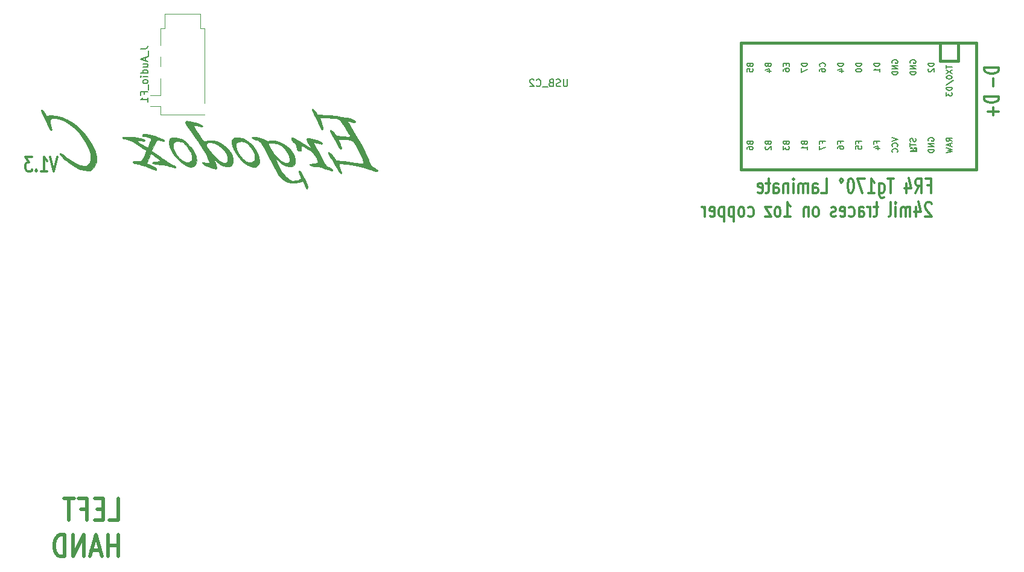
<source format=gbo>
G04 #@! TF.GenerationSoftware,KiCad,Pcbnew,(5.0.2)-1*
G04 #@! TF.CreationDate,2019-05-01T14:48:35+05:30*
G04 #@! TF.ProjectId,ErgodoxBle,4572676f-646f-4784-926c-652e6b696361,rev?*
G04 #@! TF.SameCoordinates,Original*
G04 #@! TF.FileFunction,Legend,Bot*
G04 #@! TF.FilePolarity,Positive*
%FSLAX46Y46*%
G04 Gerber Fmt 4.6, Leading zero omitted, Abs format (unit mm)*
G04 Created by KiCad (PCBNEW (5.0.2)-1) date 5/1/2019 2:48:35 PM*
%MOMM*%
%LPD*%
G01*
G04 APERTURE LIST*
%ADD10C,0.304800*%
%ADD11C,0.508000*%
%ADD12C,0.381000*%
%ADD13C,0.150000*%
%ADD14C,0.120000*%
%ADD15C,0.010000*%
G04 APERTURE END LIST*
D10*
X68672165Y-48770298D02*
X68164165Y-50802298D01*
X67656165Y-48770298D01*
X66349880Y-50802298D02*
X67220737Y-50802298D01*
X66785308Y-50802298D02*
X66785308Y-48770298D01*
X66930451Y-49060583D01*
X67075594Y-49254107D01*
X67220737Y-49350869D01*
X65696737Y-50608774D02*
X65624165Y-50705536D01*
X65696737Y-50802298D01*
X65769308Y-50705536D01*
X65696737Y-50608774D01*
X65696737Y-50802298D01*
X65116165Y-48770298D02*
X64172737Y-48770298D01*
X64680737Y-49544393D01*
X64463022Y-49544393D01*
X64317880Y-49641155D01*
X64245308Y-49737917D01*
X64172737Y-49931440D01*
X64172737Y-50415250D01*
X64245308Y-50608774D01*
X64317880Y-50705536D01*
X64463022Y-50802298D01*
X64898451Y-50802298D01*
X65043594Y-50705536D01*
X65116165Y-50608774D01*
X200753738Y-36246888D02*
X198721738Y-36246888D01*
X198721738Y-36609745D01*
X198818500Y-36827460D01*
X199012023Y-36972602D01*
X199205547Y-37045174D01*
X199592595Y-37117745D01*
X199882880Y-37117745D01*
X200269928Y-37045174D01*
X200463452Y-36972602D01*
X200656976Y-36827460D01*
X200753738Y-36609745D01*
X200753738Y-36246888D01*
X199979642Y-37770888D02*
X199979642Y-38932031D01*
X200705478Y-40305808D02*
X198673478Y-40305808D01*
X198673478Y-40668665D01*
X198770240Y-40886380D01*
X198963763Y-41031522D01*
X199157287Y-41104094D01*
X199544335Y-41176665D01*
X199834620Y-41176665D01*
X200221668Y-41104094D01*
X200415192Y-41031522D01*
X200608716Y-40886380D01*
X200705478Y-40668665D01*
X200705478Y-40305808D01*
X199931382Y-41829808D02*
X199931382Y-42990951D01*
X200705478Y-42410380D02*
X199157287Y-42410380D01*
D11*
X75960514Y-99803857D02*
X77170038Y-99803857D01*
X77170038Y-96755857D01*
X75113847Y-98207285D02*
X74267180Y-98207285D01*
X73904323Y-99803857D02*
X75113847Y-99803857D01*
X75113847Y-96755857D01*
X73904323Y-96755857D01*
X71969085Y-98207285D02*
X72815752Y-98207285D01*
X72815752Y-99803857D02*
X72815752Y-96755857D01*
X71606228Y-96755857D01*
X71001466Y-96755857D02*
X69550038Y-96755857D01*
X70275752Y-99803857D02*
X70275752Y-96755857D01*
X77170038Y-104883857D02*
X77170038Y-101835857D01*
X77170038Y-103287285D02*
X75718609Y-103287285D01*
X75718609Y-104883857D02*
X75718609Y-101835857D01*
X74630038Y-104013000D02*
X73420514Y-104013000D01*
X74871942Y-104883857D02*
X74025276Y-101835857D01*
X73178609Y-104883857D01*
X72331942Y-104883857D02*
X72331942Y-101835857D01*
X70880514Y-104883857D01*
X70880514Y-101835857D01*
X69670990Y-104883857D02*
X69670990Y-101835857D01*
X69066228Y-101835857D01*
X68703371Y-101981000D01*
X68461466Y-102271285D01*
X68340514Y-102561571D01*
X68219561Y-103142142D01*
X68219561Y-103577571D01*
X68340514Y-104158142D01*
X68461466Y-104448428D01*
X68703371Y-104738714D01*
X69066228Y-104883857D01*
X69670990Y-104883857D01*
D10*
X190701022Y-52788457D02*
X191209022Y-52788457D01*
X191209022Y-53852838D02*
X191209022Y-51820838D01*
X190483308Y-51820838D01*
X189031880Y-53852838D02*
X189539880Y-52885219D01*
X189902737Y-53852838D02*
X189902737Y-51820838D01*
X189322165Y-51820838D01*
X189177022Y-51917600D01*
X189104451Y-52014361D01*
X189031880Y-52207885D01*
X189031880Y-52498171D01*
X189104451Y-52691695D01*
X189177022Y-52788457D01*
X189322165Y-52885219D01*
X189902737Y-52885219D01*
X187725594Y-52498171D02*
X187725594Y-53852838D01*
X188088451Y-51724076D02*
X188451308Y-53175504D01*
X187507880Y-53175504D01*
X185983880Y-51820838D02*
X185113022Y-51820838D01*
X185548451Y-53852838D02*
X185548451Y-51820838D01*
X183951880Y-52498171D02*
X183951880Y-54143123D01*
X184024451Y-54336647D01*
X184097022Y-54433409D01*
X184242165Y-54530171D01*
X184459880Y-54530171D01*
X184605022Y-54433409D01*
X183951880Y-53756076D02*
X184097022Y-53852838D01*
X184387308Y-53852838D01*
X184532451Y-53756076D01*
X184605022Y-53659314D01*
X184677594Y-53465790D01*
X184677594Y-52885219D01*
X184605022Y-52691695D01*
X184532451Y-52594933D01*
X184387308Y-52498171D01*
X184097022Y-52498171D01*
X183951880Y-52594933D01*
X182427880Y-53852838D02*
X183298737Y-53852838D01*
X182863308Y-53852838D02*
X182863308Y-51820838D01*
X183008451Y-52111123D01*
X183153594Y-52304647D01*
X183298737Y-52401409D01*
X181919880Y-51820838D02*
X180903880Y-51820838D01*
X181557022Y-53852838D01*
X180033022Y-51820838D02*
X179887880Y-51820838D01*
X179742737Y-51917600D01*
X179670165Y-52014361D01*
X179597594Y-52207885D01*
X179525022Y-52594933D01*
X179525022Y-53078742D01*
X179597594Y-53465790D01*
X179670165Y-53659314D01*
X179742737Y-53756076D01*
X179887880Y-53852838D01*
X180033022Y-53852838D01*
X180178165Y-53756076D01*
X180250737Y-53659314D01*
X180323308Y-53465790D01*
X180395880Y-53078742D01*
X180395880Y-52594933D01*
X180323308Y-52207885D01*
X180250737Y-52014361D01*
X180178165Y-51917600D01*
X180033022Y-51820838D01*
X178654165Y-51820838D02*
X178799308Y-51917600D01*
X178871880Y-52111123D01*
X178799308Y-52304647D01*
X178654165Y-52401409D01*
X178509022Y-52304647D01*
X178436451Y-52111123D01*
X178509022Y-51917600D01*
X178654165Y-51820838D01*
X175823880Y-53852838D02*
X176549594Y-53852838D01*
X176549594Y-51820838D01*
X174662737Y-53852838D02*
X174662737Y-52788457D01*
X174735308Y-52594933D01*
X174880451Y-52498171D01*
X175170737Y-52498171D01*
X175315880Y-52594933D01*
X174662737Y-53756076D02*
X174807880Y-53852838D01*
X175170737Y-53852838D01*
X175315880Y-53756076D01*
X175388451Y-53562552D01*
X175388451Y-53369028D01*
X175315880Y-53175504D01*
X175170737Y-53078742D01*
X174807880Y-53078742D01*
X174662737Y-52981980D01*
X173937022Y-53852838D02*
X173937022Y-52498171D01*
X173937022Y-52691695D02*
X173864451Y-52594933D01*
X173719308Y-52498171D01*
X173501594Y-52498171D01*
X173356451Y-52594933D01*
X173283880Y-52788457D01*
X173283880Y-53852838D01*
X173283880Y-52788457D02*
X173211308Y-52594933D01*
X173066165Y-52498171D01*
X172848451Y-52498171D01*
X172703308Y-52594933D01*
X172630737Y-52788457D01*
X172630737Y-53852838D01*
X171905022Y-53852838D02*
X171905022Y-52498171D01*
X171905022Y-51820838D02*
X171977594Y-51917600D01*
X171905022Y-52014361D01*
X171832451Y-51917600D01*
X171905022Y-51820838D01*
X171905022Y-52014361D01*
X171179308Y-52498171D02*
X171179308Y-53852838D01*
X171179308Y-52691695D02*
X171106737Y-52594933D01*
X170961594Y-52498171D01*
X170743880Y-52498171D01*
X170598737Y-52594933D01*
X170526165Y-52788457D01*
X170526165Y-53852838D01*
X169147308Y-53852838D02*
X169147308Y-52788457D01*
X169219880Y-52594933D01*
X169365022Y-52498171D01*
X169655308Y-52498171D01*
X169800451Y-52594933D01*
X169147308Y-53756076D02*
X169292451Y-53852838D01*
X169655308Y-53852838D01*
X169800451Y-53756076D01*
X169873022Y-53562552D01*
X169873022Y-53369028D01*
X169800451Y-53175504D01*
X169655308Y-53078742D01*
X169292451Y-53078742D01*
X169147308Y-52981980D01*
X168639308Y-52498171D02*
X168058737Y-52498171D01*
X168421594Y-51820838D02*
X168421594Y-53562552D01*
X168349022Y-53756076D01*
X168203880Y-53852838D01*
X168058737Y-53852838D01*
X166970165Y-53756076D02*
X167115308Y-53852838D01*
X167405594Y-53852838D01*
X167550737Y-53756076D01*
X167623308Y-53562552D01*
X167623308Y-52788457D01*
X167550737Y-52594933D01*
X167405594Y-52498171D01*
X167115308Y-52498171D01*
X166970165Y-52594933D01*
X166897594Y-52788457D01*
X166897594Y-52981980D01*
X167623308Y-53175504D01*
X191281594Y-55367161D02*
X191209022Y-55270400D01*
X191063880Y-55173638D01*
X190701022Y-55173638D01*
X190555880Y-55270400D01*
X190483308Y-55367161D01*
X190410737Y-55560685D01*
X190410737Y-55754209D01*
X190483308Y-56044495D01*
X191354165Y-57205638D01*
X190410737Y-57205638D01*
X189104451Y-55850971D02*
X189104451Y-57205638D01*
X189467308Y-55076876D02*
X189830165Y-56528304D01*
X188886737Y-56528304D01*
X188306165Y-57205638D02*
X188306165Y-55850971D01*
X188306165Y-56044495D02*
X188233594Y-55947733D01*
X188088451Y-55850971D01*
X187870737Y-55850971D01*
X187725594Y-55947733D01*
X187653022Y-56141257D01*
X187653022Y-57205638D01*
X187653022Y-56141257D02*
X187580451Y-55947733D01*
X187435308Y-55850971D01*
X187217594Y-55850971D01*
X187072451Y-55947733D01*
X186999880Y-56141257D01*
X186999880Y-57205638D01*
X186274165Y-57205638D02*
X186274165Y-55850971D01*
X186274165Y-55173638D02*
X186346737Y-55270400D01*
X186274165Y-55367161D01*
X186201594Y-55270400D01*
X186274165Y-55173638D01*
X186274165Y-55367161D01*
X185330737Y-57205638D02*
X185475880Y-57108876D01*
X185548451Y-56915352D01*
X185548451Y-55173638D01*
X183806737Y-55850971D02*
X183226165Y-55850971D01*
X183589022Y-55173638D02*
X183589022Y-56915352D01*
X183516451Y-57108876D01*
X183371308Y-57205638D01*
X183226165Y-57205638D01*
X182718165Y-57205638D02*
X182718165Y-55850971D01*
X182718165Y-56238019D02*
X182645594Y-56044495D01*
X182573022Y-55947733D01*
X182427880Y-55850971D01*
X182282737Y-55850971D01*
X181121594Y-57205638D02*
X181121594Y-56141257D01*
X181194165Y-55947733D01*
X181339308Y-55850971D01*
X181629594Y-55850971D01*
X181774737Y-55947733D01*
X181121594Y-57108876D02*
X181266737Y-57205638D01*
X181629594Y-57205638D01*
X181774737Y-57108876D01*
X181847308Y-56915352D01*
X181847308Y-56721828D01*
X181774737Y-56528304D01*
X181629594Y-56431542D01*
X181266737Y-56431542D01*
X181121594Y-56334780D01*
X179742737Y-57108876D02*
X179887880Y-57205638D01*
X180178165Y-57205638D01*
X180323308Y-57108876D01*
X180395880Y-57012114D01*
X180468451Y-56818590D01*
X180468451Y-56238019D01*
X180395880Y-56044495D01*
X180323308Y-55947733D01*
X180178165Y-55850971D01*
X179887880Y-55850971D01*
X179742737Y-55947733D01*
X178509022Y-57108876D02*
X178654165Y-57205638D01*
X178944451Y-57205638D01*
X179089594Y-57108876D01*
X179162165Y-56915352D01*
X179162165Y-56141257D01*
X179089594Y-55947733D01*
X178944451Y-55850971D01*
X178654165Y-55850971D01*
X178509022Y-55947733D01*
X178436451Y-56141257D01*
X178436451Y-56334780D01*
X179162165Y-56528304D01*
X177855880Y-57108876D02*
X177710737Y-57205638D01*
X177420451Y-57205638D01*
X177275308Y-57108876D01*
X177202737Y-56915352D01*
X177202737Y-56818590D01*
X177275308Y-56625066D01*
X177420451Y-56528304D01*
X177638165Y-56528304D01*
X177783308Y-56431542D01*
X177855880Y-56238019D01*
X177855880Y-56141257D01*
X177783308Y-55947733D01*
X177638165Y-55850971D01*
X177420451Y-55850971D01*
X177275308Y-55947733D01*
X175170737Y-57205638D02*
X175315880Y-57108876D01*
X175388451Y-57012114D01*
X175461022Y-56818590D01*
X175461022Y-56238019D01*
X175388451Y-56044495D01*
X175315880Y-55947733D01*
X175170737Y-55850971D01*
X174953022Y-55850971D01*
X174807880Y-55947733D01*
X174735308Y-56044495D01*
X174662737Y-56238019D01*
X174662737Y-56818590D01*
X174735308Y-57012114D01*
X174807880Y-57108876D01*
X174953022Y-57205638D01*
X175170737Y-57205638D01*
X174009594Y-55850971D02*
X174009594Y-57205638D01*
X174009594Y-56044495D02*
X173937022Y-55947733D01*
X173791880Y-55850971D01*
X173574165Y-55850971D01*
X173429022Y-55947733D01*
X173356451Y-56141257D01*
X173356451Y-57205638D01*
X170671308Y-57205638D02*
X171542165Y-57205638D01*
X171106737Y-57205638D02*
X171106737Y-55173638D01*
X171251880Y-55463923D01*
X171397022Y-55657447D01*
X171542165Y-55754209D01*
X169800451Y-57205638D02*
X169945594Y-57108876D01*
X170018165Y-57012114D01*
X170090737Y-56818590D01*
X170090737Y-56238019D01*
X170018165Y-56044495D01*
X169945594Y-55947733D01*
X169800451Y-55850971D01*
X169582737Y-55850971D01*
X169437594Y-55947733D01*
X169365022Y-56044495D01*
X169292451Y-56238019D01*
X169292451Y-56818590D01*
X169365022Y-57012114D01*
X169437594Y-57108876D01*
X169582737Y-57205638D01*
X169800451Y-57205638D01*
X168784451Y-55850971D02*
X167986165Y-55850971D01*
X168784451Y-57205638D01*
X167986165Y-57205638D01*
X165591308Y-57108876D02*
X165736451Y-57205638D01*
X166026737Y-57205638D01*
X166171880Y-57108876D01*
X166244451Y-57012114D01*
X166317022Y-56818590D01*
X166317022Y-56238019D01*
X166244451Y-56044495D01*
X166171880Y-55947733D01*
X166026737Y-55850971D01*
X165736451Y-55850971D01*
X165591308Y-55947733D01*
X164720451Y-57205638D02*
X164865594Y-57108876D01*
X164938165Y-57012114D01*
X165010737Y-56818590D01*
X165010737Y-56238019D01*
X164938165Y-56044495D01*
X164865594Y-55947733D01*
X164720451Y-55850971D01*
X164502737Y-55850971D01*
X164357594Y-55947733D01*
X164285022Y-56044495D01*
X164212451Y-56238019D01*
X164212451Y-56818590D01*
X164285022Y-57012114D01*
X164357594Y-57108876D01*
X164502737Y-57205638D01*
X164720451Y-57205638D01*
X163559308Y-55850971D02*
X163559308Y-57882971D01*
X163559308Y-55947733D02*
X163414165Y-55850971D01*
X163123880Y-55850971D01*
X162978737Y-55947733D01*
X162906165Y-56044495D01*
X162833594Y-56238019D01*
X162833594Y-56818590D01*
X162906165Y-57012114D01*
X162978737Y-57108876D01*
X163123880Y-57205638D01*
X163414165Y-57205638D01*
X163559308Y-57108876D01*
X162180451Y-55850971D02*
X162180451Y-57882971D01*
X162180451Y-55947733D02*
X162035308Y-55850971D01*
X161745022Y-55850971D01*
X161599880Y-55947733D01*
X161527308Y-56044495D01*
X161454737Y-56238019D01*
X161454737Y-56818590D01*
X161527308Y-57012114D01*
X161599880Y-57108876D01*
X161745022Y-57205638D01*
X162035308Y-57205638D01*
X162180451Y-57108876D01*
X160221022Y-57108876D02*
X160366165Y-57205638D01*
X160656451Y-57205638D01*
X160801594Y-57108876D01*
X160874165Y-56915352D01*
X160874165Y-56141257D01*
X160801594Y-55947733D01*
X160656451Y-55850971D01*
X160366165Y-55850971D01*
X160221022Y-55947733D01*
X160148451Y-56141257D01*
X160148451Y-56334780D01*
X160874165Y-56528304D01*
X159495308Y-57205638D02*
X159495308Y-55850971D01*
X159495308Y-56238019D02*
X159422737Y-56044495D01*
X159350165Y-55947733D01*
X159205022Y-55850971D01*
X159059880Y-55850971D01*
D12*
G04 #@! TO.C,proMicro1*
X192544700Y-35349180D02*
X192544700Y-32809180D01*
X195084700Y-35349180D02*
X192544700Y-35349180D01*
D13*
G36*
X188795670Y-47743815D02*
X188695670Y-47743815D01*
X188695670Y-47843815D01*
X188795670Y-47843815D01*
X188795670Y-47743815D01*
G37*
X188795670Y-47743815D02*
X188695670Y-47743815D01*
X188695670Y-47843815D01*
X188795670Y-47843815D01*
X188795670Y-47743815D01*
G36*
X189195670Y-47943815D02*
X188395670Y-47943815D01*
X188395670Y-48043815D01*
X189195670Y-48043815D01*
X189195670Y-47943815D01*
G37*
X189195670Y-47943815D02*
X188395670Y-47943815D01*
X188395670Y-48043815D01*
X189195670Y-48043815D01*
X189195670Y-47943815D01*
G36*
X188595670Y-47543815D02*
X188395670Y-47543815D01*
X188395670Y-47643815D01*
X188595670Y-47643815D01*
X188595670Y-47543815D01*
G37*
X188595670Y-47543815D02*
X188395670Y-47543815D01*
X188395670Y-47643815D01*
X188595670Y-47643815D01*
X188595670Y-47543815D01*
G36*
X189195670Y-47543815D02*
X188895670Y-47543815D01*
X188895670Y-47643815D01*
X189195670Y-47643815D01*
X189195670Y-47543815D01*
G37*
X189195670Y-47543815D02*
X188895670Y-47543815D01*
X188895670Y-47643815D01*
X189195670Y-47643815D01*
X189195670Y-47543815D01*
G36*
X189195670Y-47543815D02*
X189095670Y-47543815D01*
X189095670Y-48043815D01*
X189195670Y-48043815D01*
X189195670Y-47543815D01*
G37*
X189195670Y-47543815D02*
X189095670Y-47543815D01*
X189095670Y-48043815D01*
X189195670Y-48043815D01*
X189195670Y-47543815D01*
D12*
X164604700Y-50589180D02*
X197624700Y-50589180D01*
X164604700Y-32809180D02*
X164604700Y-50589180D01*
X197624700Y-32809180D02*
X164604700Y-32809180D01*
X197624700Y-50589180D02*
X197624700Y-32809180D01*
X195084700Y-35349180D02*
X195084700Y-32809180D01*
D14*
G04 #@! TO.C,J_Audio_F1*
X83115220Y-40177180D02*
X81715220Y-40177180D01*
X83115220Y-41727180D02*
X81715220Y-41727180D01*
X89315220Y-41277180D02*
X89315220Y-30752180D01*
X83115220Y-41727180D02*
X83115220Y-42852180D01*
X83115220Y-37777180D02*
X83115220Y-40177180D01*
X83115220Y-34777180D02*
X83115220Y-36127180D01*
X83115220Y-30752180D02*
X83115220Y-33127180D01*
X89315220Y-42852180D02*
X83115220Y-42852180D01*
X83115220Y-30752180D02*
X83715220Y-30752180D01*
X88715220Y-30752180D02*
X89315220Y-30752180D01*
X83715220Y-28752180D02*
X88715220Y-28752180D01*
X83715220Y-30752180D02*
X83715220Y-28752180D01*
X88715220Y-30752180D02*
X88715220Y-28752180D01*
D15*
G04 #@! TO.C,G\002A\002A\002A*
G36*
X95953181Y-46022870D02*
X95910641Y-46096811D01*
X96020179Y-46200422D01*
X96268215Y-46317647D01*
X96499269Y-46394117D01*
X96726746Y-46468382D01*
X96921524Y-46561061D01*
X97099521Y-46693824D01*
X97276656Y-46888337D01*
X97468847Y-47166269D01*
X97692014Y-47549289D01*
X97962075Y-48059063D01*
X98294949Y-48717261D01*
X98482136Y-49093128D01*
X98780454Y-49684818D01*
X99072279Y-50247637D01*
X99337798Y-50744557D01*
X99557200Y-51138552D01*
X99710673Y-51392594D01*
X99719611Y-51405911D01*
X100186992Y-51934687D01*
X100743627Y-52290163D01*
X101372172Y-52466479D01*
X102055282Y-52457775D01*
X102517207Y-52351113D01*
X102808493Y-52265648D01*
X103015842Y-52216111D01*
X103087090Y-52211643D01*
X103139709Y-52312105D01*
X103249783Y-52540188D01*
X103360785Y-52776456D01*
X103507654Y-53086844D01*
X103597760Y-53248569D01*
X103657738Y-53295120D01*
X103714220Y-53259983D01*
X103731135Y-53242122D01*
X103783771Y-53132579D01*
X103771571Y-52959830D01*
X103685725Y-52691628D01*
X103517426Y-52295727D01*
X103407060Y-52055779D01*
X103130710Y-51482005D01*
X102915840Y-51081036D01*
X102752307Y-50837777D01*
X102629964Y-50737136D01*
X102538735Y-50763941D01*
X102501827Y-50898548D01*
X102573142Y-51135022D01*
X102658422Y-51315725D01*
X102776670Y-51590267D01*
X102829190Y-51797929D01*
X102822543Y-51858676D01*
X102675794Y-51969341D01*
X102407273Y-52067974D01*
X102083324Y-52138728D01*
X101770289Y-52165758D01*
X101597973Y-52151170D01*
X101159511Y-51968947D01*
X100713518Y-51610749D01*
X100286531Y-51100444D01*
X100085801Y-50791262D01*
X99861892Y-50400863D01*
X99639396Y-49987217D01*
X99439954Y-49593744D01*
X99285207Y-49263867D01*
X99196797Y-49041008D01*
X99184221Y-48982293D01*
X99246097Y-49008702D01*
X99407111Y-49144691D01*
X99598203Y-49327298D01*
X100167785Y-49802225D01*
X100733681Y-50094437D01*
X101226284Y-50193881D01*
X101599400Y-50145901D01*
X101846588Y-49957975D01*
X101977918Y-49617979D01*
X102006444Y-49254491D01*
X101983898Y-49120945D01*
X101247448Y-49120945D01*
X101206213Y-49426343D01*
X101140962Y-49530336D01*
X100911926Y-49642977D01*
X100589910Y-49622319D01*
X100217967Y-49475438D01*
X100008857Y-49344232D01*
X99702961Y-49086749D01*
X99374203Y-48746676D01*
X99047774Y-48358652D01*
X98748867Y-47957318D01*
X98502673Y-47577313D01*
X98334387Y-47253277D01*
X98269199Y-47019849D01*
X98276606Y-46962372D01*
X98378043Y-46862447D01*
X98612020Y-46815830D01*
X98828491Y-46809687D01*
X99464765Y-46910476D01*
X100048981Y-47197800D01*
X100560932Y-47657926D01*
X100976277Y-48269314D01*
X101169139Y-48722528D01*
X101247448Y-49120945D01*
X101983898Y-49120945D01*
X101917915Y-48730115D01*
X101672676Y-48209477D01*
X101301246Y-47716368D01*
X100834144Y-47274576D01*
X100301889Y-46907894D01*
X99735000Y-46640110D01*
X99163997Y-46495017D01*
X98619399Y-46496403D01*
X98499072Y-46520429D01*
X98196220Y-46565557D01*
X97951057Y-46510826D01*
X97775212Y-46417933D01*
X97408280Y-46251181D01*
X96942482Y-46109956D01*
X96467089Y-46017671D01*
X96161381Y-45994656D01*
X95953181Y-46022870D01*
X95953181Y-46022870D01*
G37*
X95953181Y-46022870D02*
X95910641Y-46096811D01*
X96020179Y-46200422D01*
X96268215Y-46317647D01*
X96499269Y-46394117D01*
X96726746Y-46468382D01*
X96921524Y-46561061D01*
X97099521Y-46693824D01*
X97276656Y-46888337D01*
X97468847Y-47166269D01*
X97692014Y-47549289D01*
X97962075Y-48059063D01*
X98294949Y-48717261D01*
X98482136Y-49093128D01*
X98780454Y-49684818D01*
X99072279Y-50247637D01*
X99337798Y-50744557D01*
X99557200Y-51138552D01*
X99710673Y-51392594D01*
X99719611Y-51405911D01*
X100186992Y-51934687D01*
X100743627Y-52290163D01*
X101372172Y-52466479D01*
X102055282Y-52457775D01*
X102517207Y-52351113D01*
X102808493Y-52265648D01*
X103015842Y-52216111D01*
X103087090Y-52211643D01*
X103139709Y-52312105D01*
X103249783Y-52540188D01*
X103360785Y-52776456D01*
X103507654Y-53086844D01*
X103597760Y-53248569D01*
X103657738Y-53295120D01*
X103714220Y-53259983D01*
X103731135Y-53242122D01*
X103783771Y-53132579D01*
X103771571Y-52959830D01*
X103685725Y-52691628D01*
X103517426Y-52295727D01*
X103407060Y-52055779D01*
X103130710Y-51482005D01*
X102915840Y-51081036D01*
X102752307Y-50837777D01*
X102629964Y-50737136D01*
X102538735Y-50763941D01*
X102501827Y-50898548D01*
X102573142Y-51135022D01*
X102658422Y-51315725D01*
X102776670Y-51590267D01*
X102829190Y-51797929D01*
X102822543Y-51858676D01*
X102675794Y-51969341D01*
X102407273Y-52067974D01*
X102083324Y-52138728D01*
X101770289Y-52165758D01*
X101597973Y-52151170D01*
X101159511Y-51968947D01*
X100713518Y-51610749D01*
X100286531Y-51100444D01*
X100085801Y-50791262D01*
X99861892Y-50400863D01*
X99639396Y-49987217D01*
X99439954Y-49593744D01*
X99285207Y-49263867D01*
X99196797Y-49041008D01*
X99184221Y-48982293D01*
X99246097Y-49008702D01*
X99407111Y-49144691D01*
X99598203Y-49327298D01*
X100167785Y-49802225D01*
X100733681Y-50094437D01*
X101226284Y-50193881D01*
X101599400Y-50145901D01*
X101846588Y-49957975D01*
X101977918Y-49617979D01*
X102006444Y-49254491D01*
X101983898Y-49120945D01*
X101247448Y-49120945D01*
X101206213Y-49426343D01*
X101140962Y-49530336D01*
X100911926Y-49642977D01*
X100589910Y-49622319D01*
X100217967Y-49475438D01*
X100008857Y-49344232D01*
X99702961Y-49086749D01*
X99374203Y-48746676D01*
X99047774Y-48358652D01*
X98748867Y-47957318D01*
X98502673Y-47577313D01*
X98334387Y-47253277D01*
X98269199Y-47019849D01*
X98276606Y-46962372D01*
X98378043Y-46862447D01*
X98612020Y-46815830D01*
X98828491Y-46809687D01*
X99464765Y-46910476D01*
X100048981Y-47197800D01*
X100560932Y-47657926D01*
X100976277Y-48269314D01*
X101169139Y-48722528D01*
X101247448Y-49120945D01*
X101983898Y-49120945D01*
X101917915Y-48730115D01*
X101672676Y-48209477D01*
X101301246Y-47716368D01*
X100834144Y-47274576D01*
X100301889Y-46907894D01*
X99735000Y-46640110D01*
X99163997Y-46495017D01*
X98619399Y-46496403D01*
X98499072Y-46520429D01*
X98196220Y-46565557D01*
X97951057Y-46510826D01*
X97775212Y-46417933D01*
X97408280Y-46251181D01*
X96942482Y-46109956D01*
X96467089Y-46017671D01*
X96161381Y-45994656D01*
X95953181Y-46022870D01*
G36*
X104351070Y-42090281D02*
X104376390Y-42272267D01*
X104511789Y-42575219D01*
X104650001Y-42809142D01*
X104826909Y-43117870D01*
X105040981Y-43536441D01*
X105253749Y-43988639D01*
X105313045Y-44122848D01*
X105483246Y-44495649D01*
X105631992Y-44786269D01*
X105737508Y-44953782D01*
X105768380Y-44978656D01*
X105882067Y-44921999D01*
X105898640Y-44739887D01*
X105817142Y-44414103D01*
X105725030Y-44153391D01*
X105603419Y-43811070D01*
X105517680Y-43533267D01*
X105487184Y-43386339D01*
X105513632Y-43317083D01*
X105608803Y-43274212D01*
X105796438Y-43257288D01*
X106100275Y-43265874D01*
X106544057Y-43299532D01*
X107133481Y-43356004D01*
X107510271Y-43390702D01*
X107789066Y-43422203D01*
X108000299Y-43473528D01*
X108174402Y-43567700D01*
X108341809Y-43727740D01*
X108532951Y-43976670D01*
X108778262Y-44337511D01*
X109108175Y-44833287D01*
X109130661Y-44866837D01*
X109372707Y-45239589D01*
X109566481Y-45560568D01*
X109688443Y-45789377D01*
X109718624Y-45875798D01*
X109683783Y-45936031D01*
X109557866Y-45967584D01*
X109311944Y-45972431D01*
X108917088Y-45952542D01*
X108756259Y-45941399D01*
X108316167Y-45906056D01*
X108022942Y-45868052D01*
X107835501Y-45815358D01*
X107712761Y-45735942D01*
X107613640Y-45617776D01*
X107603851Y-45603943D01*
X107336234Y-45257352D01*
X107118903Y-45043607D01*
X106968196Y-44974384D01*
X106900453Y-45061357D01*
X106898296Y-45099766D01*
X106946978Y-45234349D01*
X107077185Y-45491745D01*
X107265160Y-45826360D01*
X107361532Y-45988766D01*
X107603426Y-46404708D01*
X107832445Y-46824062D01*
X108007455Y-47170877D01*
X108038796Y-47239256D01*
X108194198Y-47526828D01*
X108339635Y-47692882D01*
X108449241Y-47719029D01*
X108497152Y-47586880D01*
X108497555Y-47565408D01*
X108456714Y-47381903D01*
X108354426Y-47110517D01*
X108309407Y-47010656D01*
X108159372Y-46666951D01*
X108115582Y-46451662D01*
X108197755Y-46340029D01*
X108425605Y-46307290D01*
X108818851Y-46328684D01*
X108850333Y-46331336D01*
X109359469Y-46377768D01*
X109720715Y-46429215D01*
X109973789Y-46506029D01*
X110158412Y-46628560D01*
X110314303Y-46817161D01*
X110481184Y-47092182D01*
X110541043Y-47197611D01*
X110824844Y-47719937D01*
X111087907Y-48242386D01*
X111313330Y-48727510D01*
X111484210Y-49137860D01*
X111583644Y-49435991D01*
X111601999Y-49548119D01*
X111582760Y-49662097D01*
X111506082Y-49728076D01*
X111343527Y-49747426D01*
X111066656Y-49721515D01*
X110647030Y-49651714D01*
X110401722Y-49605906D01*
X109939186Y-49530260D01*
X109386538Y-49457879D01*
X108841628Y-49401148D01*
X108679749Y-49387940D01*
X107734720Y-49317645D01*
X107311009Y-48722950D01*
X107044476Y-48384550D01*
X106829087Y-48181307D01*
X106681257Y-48124250D01*
X106617401Y-48224410D01*
X106616073Y-48256018D01*
X106668416Y-48390296D01*
X106808647Y-48643077D01*
X107011567Y-48970464D01*
X107126382Y-49145018D01*
X107403857Y-49574903D01*
X107681730Y-50031761D01*
X107908957Y-50431097D01*
X107949530Y-50507542D01*
X108160932Y-50876463D01*
X108330886Y-51099030D01*
X108446929Y-51163459D01*
X108496599Y-51057965D01*
X108497555Y-51025757D01*
X108461855Y-50841157D01*
X108370460Y-50551033D01*
X108296590Y-50353798D01*
X108195421Y-50062494D01*
X108149182Y-49850427D01*
X108156982Y-49783007D01*
X108275207Y-49763925D01*
X108541702Y-49771920D01*
X108918855Y-49802620D01*
X109369056Y-49851654D01*
X109854691Y-49914650D01*
X110338151Y-49987238D01*
X110781824Y-50065045D01*
X111037555Y-50117798D01*
X111476861Y-50230503D01*
X111992015Y-50383868D01*
X112482530Y-50547693D01*
X112553905Y-50573553D01*
X113000401Y-50733751D01*
X113297624Y-50826937D01*
X113472819Y-50856433D01*
X113553233Y-50825559D01*
X113566111Y-50737638D01*
X113560103Y-50696217D01*
X113456093Y-50553835D01*
X113226826Y-50405926D01*
X113115270Y-50355979D01*
X112924086Y-50271160D01*
X112782223Y-50169868D01*
X112660957Y-50012060D01*
X112531559Y-49757691D01*
X112365305Y-49366716D01*
X112311710Y-49235818D01*
X112078627Y-48687599D01*
X111829113Y-48151426D01*
X111544930Y-47593053D01*
X111207839Y-46978235D01*
X110799603Y-46272728D01*
X110301982Y-45442285D01*
X110215503Y-45299896D01*
X109928510Y-44820399D01*
X109686238Y-44400873D01*
X109504470Y-44069884D01*
X109398990Y-43856000D01*
X109380272Y-43788254D01*
X109493686Y-43778242D01*
X109722526Y-43815871D01*
X109852646Y-43848014D01*
X110182264Y-43930997D01*
X110369970Y-43953725D01*
X110454126Y-43914109D01*
X110473110Y-43814192D01*
X110382195Y-43685690D01*
X110121794Y-43553329D01*
X109710426Y-43421223D01*
X109166607Y-43293485D01*
X108508856Y-43174228D01*
X107755691Y-43067568D01*
X106925629Y-42977616D01*
X106567441Y-42946527D01*
X105166883Y-42833586D01*
X104849333Y-42432921D01*
X104596167Y-42154328D01*
X104427205Y-42045542D01*
X104351070Y-42090281D01*
X104351070Y-42090281D01*
G37*
X104351070Y-42090281D02*
X104376390Y-42272267D01*
X104511789Y-42575219D01*
X104650001Y-42809142D01*
X104826909Y-43117870D01*
X105040981Y-43536441D01*
X105253749Y-43988639D01*
X105313045Y-44122848D01*
X105483246Y-44495649D01*
X105631992Y-44786269D01*
X105737508Y-44953782D01*
X105768380Y-44978656D01*
X105882067Y-44921999D01*
X105898640Y-44739887D01*
X105817142Y-44414103D01*
X105725030Y-44153391D01*
X105603419Y-43811070D01*
X105517680Y-43533267D01*
X105487184Y-43386339D01*
X105513632Y-43317083D01*
X105608803Y-43274212D01*
X105796438Y-43257288D01*
X106100275Y-43265874D01*
X106544057Y-43299532D01*
X107133481Y-43356004D01*
X107510271Y-43390702D01*
X107789066Y-43422203D01*
X108000299Y-43473528D01*
X108174402Y-43567700D01*
X108341809Y-43727740D01*
X108532951Y-43976670D01*
X108778262Y-44337511D01*
X109108175Y-44833287D01*
X109130661Y-44866837D01*
X109372707Y-45239589D01*
X109566481Y-45560568D01*
X109688443Y-45789377D01*
X109718624Y-45875798D01*
X109683783Y-45936031D01*
X109557866Y-45967584D01*
X109311944Y-45972431D01*
X108917088Y-45952542D01*
X108756259Y-45941399D01*
X108316167Y-45906056D01*
X108022942Y-45868052D01*
X107835501Y-45815358D01*
X107712761Y-45735942D01*
X107613640Y-45617776D01*
X107603851Y-45603943D01*
X107336234Y-45257352D01*
X107118903Y-45043607D01*
X106968196Y-44974384D01*
X106900453Y-45061357D01*
X106898296Y-45099766D01*
X106946978Y-45234349D01*
X107077185Y-45491745D01*
X107265160Y-45826360D01*
X107361532Y-45988766D01*
X107603426Y-46404708D01*
X107832445Y-46824062D01*
X108007455Y-47170877D01*
X108038796Y-47239256D01*
X108194198Y-47526828D01*
X108339635Y-47692882D01*
X108449241Y-47719029D01*
X108497152Y-47586880D01*
X108497555Y-47565408D01*
X108456714Y-47381903D01*
X108354426Y-47110517D01*
X108309407Y-47010656D01*
X108159372Y-46666951D01*
X108115582Y-46451662D01*
X108197755Y-46340029D01*
X108425605Y-46307290D01*
X108818851Y-46328684D01*
X108850333Y-46331336D01*
X109359469Y-46377768D01*
X109720715Y-46429215D01*
X109973789Y-46506029D01*
X110158412Y-46628560D01*
X110314303Y-46817161D01*
X110481184Y-47092182D01*
X110541043Y-47197611D01*
X110824844Y-47719937D01*
X111087907Y-48242386D01*
X111313330Y-48727510D01*
X111484210Y-49137860D01*
X111583644Y-49435991D01*
X111601999Y-49548119D01*
X111582760Y-49662097D01*
X111506082Y-49728076D01*
X111343527Y-49747426D01*
X111066656Y-49721515D01*
X110647030Y-49651714D01*
X110401722Y-49605906D01*
X109939186Y-49530260D01*
X109386538Y-49457879D01*
X108841628Y-49401148D01*
X108679749Y-49387940D01*
X107734720Y-49317645D01*
X107311009Y-48722950D01*
X107044476Y-48384550D01*
X106829087Y-48181307D01*
X106681257Y-48124250D01*
X106617401Y-48224410D01*
X106616073Y-48256018D01*
X106668416Y-48390296D01*
X106808647Y-48643077D01*
X107011567Y-48970464D01*
X107126382Y-49145018D01*
X107403857Y-49574903D01*
X107681730Y-50031761D01*
X107908957Y-50431097D01*
X107949530Y-50507542D01*
X108160932Y-50876463D01*
X108330886Y-51099030D01*
X108446929Y-51163459D01*
X108496599Y-51057965D01*
X108497555Y-51025757D01*
X108461855Y-50841157D01*
X108370460Y-50551033D01*
X108296590Y-50353798D01*
X108195421Y-50062494D01*
X108149182Y-49850427D01*
X108156982Y-49783007D01*
X108275207Y-49763925D01*
X108541702Y-49771920D01*
X108918855Y-49802620D01*
X109369056Y-49851654D01*
X109854691Y-49914650D01*
X110338151Y-49987238D01*
X110781824Y-50065045D01*
X111037555Y-50117798D01*
X111476861Y-50230503D01*
X111992015Y-50383868D01*
X112482530Y-50547693D01*
X112553905Y-50573553D01*
X113000401Y-50733751D01*
X113297624Y-50826937D01*
X113472819Y-50856433D01*
X113553233Y-50825559D01*
X113566111Y-50737638D01*
X113560103Y-50696217D01*
X113456093Y-50553835D01*
X113226826Y-50405926D01*
X113115270Y-50355979D01*
X112924086Y-50271160D01*
X112782223Y-50169868D01*
X112660957Y-50012060D01*
X112531559Y-49757691D01*
X112365305Y-49366716D01*
X112311710Y-49235818D01*
X112078627Y-48687599D01*
X111829113Y-48151426D01*
X111544930Y-47593053D01*
X111207839Y-46978235D01*
X110799603Y-46272728D01*
X110301982Y-45442285D01*
X110215503Y-45299896D01*
X109928510Y-44820399D01*
X109686238Y-44400873D01*
X109504470Y-44069884D01*
X109398990Y-43856000D01*
X109380272Y-43788254D01*
X109493686Y-43778242D01*
X109722526Y-43815871D01*
X109852646Y-43848014D01*
X110182264Y-43930997D01*
X110369970Y-43953725D01*
X110454126Y-43914109D01*
X110473110Y-43814192D01*
X110382195Y-43685690D01*
X110121794Y-43553329D01*
X109710426Y-43421223D01*
X109166607Y-43293485D01*
X108508856Y-43174228D01*
X107755691Y-43067568D01*
X106925629Y-42977616D01*
X106567441Y-42946527D01*
X105166883Y-42833586D01*
X104849333Y-42432921D01*
X104596167Y-42154328D01*
X104427205Y-42045542D01*
X104351070Y-42090281D01*
G36*
X101502969Y-46124699D02*
X101452411Y-46242150D01*
X101458975Y-46323256D01*
X101555142Y-46525300D01*
X101752432Y-46727117D01*
X101791170Y-46755056D01*
X102043927Y-47007294D01*
X102149008Y-47315456D01*
X102229566Y-47683601D01*
X102345336Y-47888314D01*
X102525086Y-47969241D01*
X102628178Y-47975856D01*
X102805286Y-47958843D01*
X102876785Y-47868081D01*
X102881972Y-47643982D01*
X102879442Y-47594856D01*
X102876780Y-47350117D01*
X102896105Y-47220208D01*
X102903986Y-47213856D01*
X103053853Y-47265048D01*
X103310081Y-47398662D01*
X103622269Y-47584748D01*
X103940018Y-47793357D01*
X104198578Y-47983104D01*
X104509608Y-48276217D01*
X104794497Y-48626212D01*
X105021771Y-48984681D01*
X105159952Y-49303215D01*
X105184810Y-49499856D01*
X105144262Y-49614129D01*
X105031439Y-49681297D01*
X104802668Y-49717941D01*
X104569962Y-49733304D01*
X104214436Y-49773519D01*
X104028273Y-49840433D01*
X103996105Y-49922181D01*
X104102566Y-50006897D01*
X104332290Y-50082716D01*
X104669911Y-50137774D01*
X105100062Y-50160203D01*
X105122893Y-50160256D01*
X105327959Y-50190842D01*
X105656136Y-50272906D01*
X106052597Y-50391903D01*
X106271900Y-50465056D01*
X106712291Y-50616469D01*
X107002871Y-50710036D01*
X107173062Y-50749731D01*
X107252283Y-50739528D01*
X107269954Y-50683402D01*
X107257785Y-50598237D01*
X107156252Y-50463582D01*
X106924587Y-50306546D01*
X106731744Y-50211529D01*
X106516887Y-50111617D01*
X106352753Y-50004836D01*
X106209635Y-49854853D01*
X106057824Y-49625336D01*
X105867613Y-49279952D01*
X105688250Y-48935347D01*
X105438816Y-48458741D01*
X105189016Y-47992216D01*
X104971372Y-47595954D01*
X104843165Y-47371502D01*
X104696421Y-47089729D01*
X104619864Y-46873583D01*
X104623371Y-46785334D01*
X104750838Y-46766328D01*
X104983693Y-46814754D01*
X105105723Y-46856287D01*
X105476082Y-46973968D01*
X105728175Y-47004341D01*
X105841737Y-46946650D01*
X105839975Y-46883698D01*
X105724300Y-46769970D01*
X105457057Y-46626998D01*
X105070496Y-46468867D01*
X104596870Y-46309658D01*
X104378406Y-46245481D01*
X103966480Y-46158781D01*
X103713382Y-46179510D01*
X103615364Y-46312822D01*
X103668675Y-46563868D01*
X103869568Y-46937800D01*
X103871916Y-46941550D01*
X104038586Y-47210548D01*
X104163912Y-47418376D01*
X104199342Y-47480350D01*
X104157578Y-47495182D01*
X103988185Y-47427330D01*
X103726023Y-47296551D01*
X103405951Y-47122599D01*
X103062830Y-46925232D01*
X102731519Y-46724206D01*
X102446879Y-46539275D01*
X102243770Y-46390198D01*
X102189444Y-46341288D01*
X101942210Y-46166709D01*
X101689012Y-46096256D01*
X101502969Y-46124699D01*
X101502969Y-46124699D01*
G37*
X101502969Y-46124699D02*
X101452411Y-46242150D01*
X101458975Y-46323256D01*
X101555142Y-46525300D01*
X101752432Y-46727117D01*
X101791170Y-46755056D01*
X102043927Y-47007294D01*
X102149008Y-47315456D01*
X102229566Y-47683601D01*
X102345336Y-47888314D01*
X102525086Y-47969241D01*
X102628178Y-47975856D01*
X102805286Y-47958843D01*
X102876785Y-47868081D01*
X102881972Y-47643982D01*
X102879442Y-47594856D01*
X102876780Y-47350117D01*
X102896105Y-47220208D01*
X102903986Y-47213856D01*
X103053853Y-47265048D01*
X103310081Y-47398662D01*
X103622269Y-47584748D01*
X103940018Y-47793357D01*
X104198578Y-47983104D01*
X104509608Y-48276217D01*
X104794497Y-48626212D01*
X105021771Y-48984681D01*
X105159952Y-49303215D01*
X105184810Y-49499856D01*
X105144262Y-49614129D01*
X105031439Y-49681297D01*
X104802668Y-49717941D01*
X104569962Y-49733304D01*
X104214436Y-49773519D01*
X104028273Y-49840433D01*
X103996105Y-49922181D01*
X104102566Y-50006897D01*
X104332290Y-50082716D01*
X104669911Y-50137774D01*
X105100062Y-50160203D01*
X105122893Y-50160256D01*
X105327959Y-50190842D01*
X105656136Y-50272906D01*
X106052597Y-50391903D01*
X106271900Y-50465056D01*
X106712291Y-50616469D01*
X107002871Y-50710036D01*
X107173062Y-50749731D01*
X107252283Y-50739528D01*
X107269954Y-50683402D01*
X107257785Y-50598237D01*
X107156252Y-50463582D01*
X106924587Y-50306546D01*
X106731744Y-50211529D01*
X106516887Y-50111617D01*
X106352753Y-50004836D01*
X106209635Y-49854853D01*
X106057824Y-49625336D01*
X105867613Y-49279952D01*
X105688250Y-48935347D01*
X105438816Y-48458741D01*
X105189016Y-47992216D01*
X104971372Y-47595954D01*
X104843165Y-47371502D01*
X104696421Y-47089729D01*
X104619864Y-46873583D01*
X104623371Y-46785334D01*
X104750838Y-46766328D01*
X104983693Y-46814754D01*
X105105723Y-46856287D01*
X105476082Y-46973968D01*
X105728175Y-47004341D01*
X105841737Y-46946650D01*
X105839975Y-46883698D01*
X105724300Y-46769970D01*
X105457057Y-46626998D01*
X105070496Y-46468867D01*
X104596870Y-46309658D01*
X104378406Y-46245481D01*
X103966480Y-46158781D01*
X103713382Y-46179510D01*
X103615364Y-46312822D01*
X103668675Y-46563868D01*
X103869568Y-46937800D01*
X103871916Y-46941550D01*
X104038586Y-47210548D01*
X104163912Y-47418376D01*
X104199342Y-47480350D01*
X104157578Y-47495182D01*
X103988185Y-47427330D01*
X103726023Y-47296551D01*
X103405951Y-47122599D01*
X103062830Y-46925232D01*
X102731519Y-46724206D01*
X102446879Y-46539275D01*
X102243770Y-46390198D01*
X102189444Y-46341288D01*
X101942210Y-46166709D01*
X101689012Y-46096256D01*
X101502969Y-46124699D01*
G36*
X66312561Y-42312057D02*
X66400162Y-42553022D01*
X66523201Y-42768002D01*
X66686950Y-43051048D01*
X66898129Y-43451532D01*
X67122671Y-43903746D01*
X67234764Y-44140456D01*
X67480880Y-44640354D01*
X67665699Y-44953455D01*
X67785902Y-45080236D01*
X67838166Y-45021175D01*
X67819172Y-44776750D01*
X67725597Y-44347437D01*
X67654403Y-44080105D01*
X67586104Y-43800682D01*
X67588259Y-43641033D01*
X67668588Y-43529358D01*
X67718167Y-43487043D01*
X67972147Y-43389076D01*
X68346620Y-43381936D01*
X68796904Y-43459146D01*
X69278317Y-43614231D01*
X69598036Y-43759513D01*
X70328853Y-44209743D01*
X71024127Y-44776839D01*
X71663535Y-45432485D01*
X72226753Y-46148361D01*
X72693457Y-46896150D01*
X73043325Y-47647534D01*
X73256031Y-48374196D01*
X73313851Y-48936914D01*
X73289888Y-49297123D01*
X73196457Y-49558783D01*
X73046841Y-49768593D01*
X72843589Y-49976801D01*
X72636495Y-50067969D01*
X72348722Y-50084297D01*
X71846098Y-49994484D01*
X71251429Y-49744727D01*
X70579395Y-49342431D01*
X69933983Y-48866768D01*
X69540433Y-48557632D01*
X69272337Y-48360649D01*
X69106466Y-48263450D01*
X69019589Y-48253669D01*
X68988478Y-48318939D01*
X68986444Y-48362325D01*
X69064251Y-48543798D01*
X69278163Y-48798094D01*
X69598917Y-49101117D01*
X69997249Y-49428772D01*
X70443896Y-49756966D01*
X70909594Y-50061602D01*
X71357848Y-50314884D01*
X71900248Y-50548173D01*
X72433206Y-50696902D01*
X72911448Y-50752903D01*
X73289705Y-50708009D01*
X73368561Y-50677650D01*
X73663692Y-50447440D01*
X73918280Y-50085981D01*
X74086216Y-49665136D01*
X74116783Y-49511490D01*
X74123763Y-48808127D01*
X73969012Y-48068508D01*
X73671714Y-47312171D01*
X73251055Y-46558651D01*
X72726220Y-45827483D01*
X72116396Y-45138205D01*
X71440768Y-44510352D01*
X70718520Y-43963461D01*
X69968840Y-43517067D01*
X69210911Y-43190706D01*
X68463920Y-43003915D01*
X67747053Y-42976229D01*
X67702801Y-42980317D01*
X67124388Y-43038651D01*
X66871562Y-42644638D01*
X66693841Y-42397594D01*
X66537489Y-42229544D01*
X66488566Y-42196677D01*
X66341604Y-42186268D01*
X66312561Y-42312057D01*
X66312561Y-42312057D01*
G37*
X66312561Y-42312057D02*
X66400162Y-42553022D01*
X66523201Y-42768002D01*
X66686950Y-43051048D01*
X66898129Y-43451532D01*
X67122671Y-43903746D01*
X67234764Y-44140456D01*
X67480880Y-44640354D01*
X67665699Y-44953455D01*
X67785902Y-45080236D01*
X67838166Y-45021175D01*
X67819172Y-44776750D01*
X67725597Y-44347437D01*
X67654403Y-44080105D01*
X67586104Y-43800682D01*
X67588259Y-43641033D01*
X67668588Y-43529358D01*
X67718167Y-43487043D01*
X67972147Y-43389076D01*
X68346620Y-43381936D01*
X68796904Y-43459146D01*
X69278317Y-43614231D01*
X69598036Y-43759513D01*
X70328853Y-44209743D01*
X71024127Y-44776839D01*
X71663535Y-45432485D01*
X72226753Y-46148361D01*
X72693457Y-46896150D01*
X73043325Y-47647534D01*
X73256031Y-48374196D01*
X73313851Y-48936914D01*
X73289888Y-49297123D01*
X73196457Y-49558783D01*
X73046841Y-49768593D01*
X72843589Y-49976801D01*
X72636495Y-50067969D01*
X72348722Y-50084297D01*
X71846098Y-49994484D01*
X71251429Y-49744727D01*
X70579395Y-49342431D01*
X69933983Y-48866768D01*
X69540433Y-48557632D01*
X69272337Y-48360649D01*
X69106466Y-48263450D01*
X69019589Y-48253669D01*
X68988478Y-48318939D01*
X68986444Y-48362325D01*
X69064251Y-48543798D01*
X69278163Y-48798094D01*
X69598917Y-49101117D01*
X69997249Y-49428772D01*
X70443896Y-49756966D01*
X70909594Y-50061602D01*
X71357848Y-50314884D01*
X71900248Y-50548173D01*
X72433206Y-50696902D01*
X72911448Y-50752903D01*
X73289705Y-50708009D01*
X73368561Y-50677650D01*
X73663692Y-50447440D01*
X73918280Y-50085981D01*
X74086216Y-49665136D01*
X74116783Y-49511490D01*
X74123763Y-48808127D01*
X73969012Y-48068508D01*
X73671714Y-47312171D01*
X73251055Y-46558651D01*
X72726220Y-45827483D01*
X72116396Y-45138205D01*
X71440768Y-44510352D01*
X70718520Y-43963461D01*
X69968840Y-43517067D01*
X69210911Y-43190706D01*
X68463920Y-43003915D01*
X67747053Y-42976229D01*
X67702801Y-42980317D01*
X67124388Y-43038651D01*
X66871562Y-42644638D01*
X66693841Y-42397594D01*
X66537489Y-42229544D01*
X66488566Y-42196677D01*
X66341604Y-42186268D01*
X66312561Y-42312057D01*
G36*
X80722800Y-45603385D02*
X80570580Y-45686276D01*
X80557555Y-45740656D01*
X80573764Y-45876234D01*
X80587314Y-45893056D01*
X80720481Y-45912124D01*
X80965442Y-45960066D01*
X81258906Y-46022989D01*
X81537586Y-46087000D01*
X81738193Y-46138206D01*
X81798042Y-46158834D01*
X81793827Y-46262600D01*
X81728851Y-46490064D01*
X81625191Y-46782478D01*
X81504922Y-47081095D01*
X81390118Y-47327167D01*
X81311788Y-47452875D01*
X81203473Y-47443246D01*
X80986557Y-47347240D01*
X80707518Y-47193538D01*
X80412833Y-47010827D01*
X80148978Y-46827789D01*
X79962431Y-46673110D01*
X79899036Y-46580970D01*
X79986609Y-46529531D01*
X80234743Y-46529128D01*
X80416444Y-46549060D01*
X80738114Y-46569631D01*
X80914726Y-46532168D01*
X80932811Y-46445665D01*
X80778902Y-46319113D01*
X80769221Y-46313486D01*
X80563697Y-46238936D01*
X80231046Y-46165705D01*
X79812115Y-46097892D01*
X79347751Y-46039600D01*
X78878802Y-45994928D01*
X78446115Y-45967978D01*
X78090538Y-45962849D01*
X77852918Y-45983643D01*
X77780636Y-46013461D01*
X77751148Y-46141448D01*
X77866071Y-46249379D01*
X78082413Y-46299131D01*
X78103143Y-46299456D01*
X78347941Y-46323034D01*
X78622203Y-46403038D01*
X78955989Y-46553366D01*
X79379360Y-46787918D01*
X79922374Y-47120595D01*
X80040147Y-47195150D01*
X80433221Y-47445827D01*
X80764316Y-47658659D01*
X81001374Y-47812916D01*
X81112341Y-47887872D01*
X81115841Y-47890717D01*
X81105381Y-48000918D01*
X81020837Y-48232194D01*
X80887341Y-48532966D01*
X80730022Y-48851659D01*
X80574013Y-49136694D01*
X80444444Y-49336493D01*
X80380994Y-49398888D01*
X80209641Y-49420801D01*
X79928941Y-49411550D01*
X79738813Y-49391281D01*
X79445783Y-49360998D01*
X79294757Y-49377652D01*
X79243057Y-49449375D01*
X79240518Y-49486213D01*
X79320515Y-49630687D01*
X79452184Y-49695299D01*
X80036807Y-49830569D01*
X80502541Y-49954497D01*
X80916355Y-50087370D01*
X81345217Y-50249474D01*
X81531255Y-50325098D01*
X81968659Y-50502608D01*
X82258966Y-50609456D01*
X82429827Y-50650297D01*
X82508893Y-50629786D01*
X82523812Y-50552576D01*
X82515251Y-50490732D01*
X82406033Y-50349576D01*
X82135043Y-50174591D01*
X81812989Y-50018471D01*
X81142382Y-49723733D01*
X81420036Y-49055388D01*
X81560140Y-48723675D01*
X81670093Y-48473589D01*
X81727996Y-48354806D01*
X81730045Y-48352100D01*
X81824853Y-48378998D01*
X82022082Y-48499623D01*
X82277581Y-48680295D01*
X82547201Y-48887335D01*
X82786791Y-49087061D01*
X82952201Y-49245793D01*
X83001523Y-49322056D01*
X82912449Y-49409447D01*
X82641457Y-49447308D01*
X82538662Y-49449056D01*
X82222818Y-49477820D01*
X82023487Y-49554231D01*
X81969204Y-49663468D01*
X82005557Y-49725964D01*
X82117653Y-49759201D01*
X82373978Y-49799742D01*
X82731030Y-49841392D01*
X82979236Y-49864654D01*
X83465948Y-49923638D01*
X83965290Y-50012603D01*
X84391928Y-50115516D01*
X84508666Y-50151995D01*
X84874834Y-50274862D01*
X85097576Y-50338354D01*
X85212491Y-50345609D01*
X85255176Y-50299766D01*
X85261259Y-50218355D01*
X85179053Y-50103335D01*
X84964253Y-49963766D01*
X84767370Y-49872139D01*
X84510061Y-49742462D01*
X84141179Y-49523862D01*
X83703702Y-49243301D01*
X83240609Y-48927738D01*
X83078941Y-48812944D01*
X81884400Y-47954866D01*
X82224434Y-47177961D01*
X82391933Y-46823955D01*
X82543363Y-46554450D01*
X82653537Y-46412579D01*
X82678072Y-46401056D01*
X82832846Y-46432982D01*
X83081905Y-46512784D01*
X83171296Y-46545708D01*
X83462949Y-46632834D01*
X83618280Y-46611827D01*
X83661999Y-46488331D01*
X83571001Y-46366347D01*
X83306307Y-46220242D01*
X82880370Y-46055455D01*
X82305640Y-45877422D01*
X82186989Y-45844291D01*
X81533087Y-45682525D01*
X81044330Y-45602179D01*
X80722800Y-45603385D01*
X80722800Y-45603385D01*
G37*
X80722800Y-45603385D02*
X80570580Y-45686276D01*
X80557555Y-45740656D01*
X80573764Y-45876234D01*
X80587314Y-45893056D01*
X80720481Y-45912124D01*
X80965442Y-45960066D01*
X81258906Y-46022989D01*
X81537586Y-46087000D01*
X81738193Y-46138206D01*
X81798042Y-46158834D01*
X81793827Y-46262600D01*
X81728851Y-46490064D01*
X81625191Y-46782478D01*
X81504922Y-47081095D01*
X81390118Y-47327167D01*
X81311788Y-47452875D01*
X81203473Y-47443246D01*
X80986557Y-47347240D01*
X80707518Y-47193538D01*
X80412833Y-47010827D01*
X80148978Y-46827789D01*
X79962431Y-46673110D01*
X79899036Y-46580970D01*
X79986609Y-46529531D01*
X80234743Y-46529128D01*
X80416444Y-46549060D01*
X80738114Y-46569631D01*
X80914726Y-46532168D01*
X80932811Y-46445665D01*
X80778902Y-46319113D01*
X80769221Y-46313486D01*
X80563697Y-46238936D01*
X80231046Y-46165705D01*
X79812115Y-46097892D01*
X79347751Y-46039600D01*
X78878802Y-45994928D01*
X78446115Y-45967978D01*
X78090538Y-45962849D01*
X77852918Y-45983643D01*
X77780636Y-46013461D01*
X77751148Y-46141448D01*
X77866071Y-46249379D01*
X78082413Y-46299131D01*
X78103143Y-46299456D01*
X78347941Y-46323034D01*
X78622203Y-46403038D01*
X78955989Y-46553366D01*
X79379360Y-46787918D01*
X79922374Y-47120595D01*
X80040147Y-47195150D01*
X80433221Y-47445827D01*
X80764316Y-47658659D01*
X81001374Y-47812916D01*
X81112341Y-47887872D01*
X81115841Y-47890717D01*
X81105381Y-48000918D01*
X81020837Y-48232194D01*
X80887341Y-48532966D01*
X80730022Y-48851659D01*
X80574013Y-49136694D01*
X80444444Y-49336493D01*
X80380994Y-49398888D01*
X80209641Y-49420801D01*
X79928941Y-49411550D01*
X79738813Y-49391281D01*
X79445783Y-49360998D01*
X79294757Y-49377652D01*
X79243057Y-49449375D01*
X79240518Y-49486213D01*
X79320515Y-49630687D01*
X79452184Y-49695299D01*
X80036807Y-49830569D01*
X80502541Y-49954497D01*
X80916355Y-50087370D01*
X81345217Y-50249474D01*
X81531255Y-50325098D01*
X81968659Y-50502608D01*
X82258966Y-50609456D01*
X82429827Y-50650297D01*
X82508893Y-50629786D01*
X82523812Y-50552576D01*
X82515251Y-50490732D01*
X82406033Y-50349576D01*
X82135043Y-50174591D01*
X81812989Y-50018471D01*
X81142382Y-49723733D01*
X81420036Y-49055388D01*
X81560140Y-48723675D01*
X81670093Y-48473589D01*
X81727996Y-48354806D01*
X81730045Y-48352100D01*
X81824853Y-48378998D01*
X82022082Y-48499623D01*
X82277581Y-48680295D01*
X82547201Y-48887335D01*
X82786791Y-49087061D01*
X82952201Y-49245793D01*
X83001523Y-49322056D01*
X82912449Y-49409447D01*
X82641457Y-49447308D01*
X82538662Y-49449056D01*
X82222818Y-49477820D01*
X82023487Y-49554231D01*
X81969204Y-49663468D01*
X82005557Y-49725964D01*
X82117653Y-49759201D01*
X82373978Y-49799742D01*
X82731030Y-49841392D01*
X82979236Y-49864654D01*
X83465948Y-49923638D01*
X83965290Y-50012603D01*
X84391928Y-50115516D01*
X84508666Y-50151995D01*
X84874834Y-50274862D01*
X85097576Y-50338354D01*
X85212491Y-50345609D01*
X85255176Y-50299766D01*
X85261259Y-50218355D01*
X85179053Y-50103335D01*
X84964253Y-49963766D01*
X84767370Y-49872139D01*
X84510061Y-49742462D01*
X84141179Y-49523862D01*
X83703702Y-49243301D01*
X83240609Y-48927738D01*
X83078941Y-48812944D01*
X81884400Y-47954866D01*
X82224434Y-47177961D01*
X82391933Y-46823955D01*
X82543363Y-46554450D01*
X82653537Y-46412579D01*
X82678072Y-46401056D01*
X82832846Y-46432982D01*
X83081905Y-46512784D01*
X83171296Y-46545708D01*
X83462949Y-46632834D01*
X83618280Y-46611827D01*
X83661999Y-46488331D01*
X83571001Y-46366347D01*
X83306307Y-46220242D01*
X82880370Y-46055455D01*
X82305640Y-45877422D01*
X82186989Y-45844291D01*
X81533087Y-45682525D01*
X81044330Y-45602179D01*
X80722800Y-45603385D01*
G36*
X86673187Y-43817994D02*
X86616429Y-43985989D01*
X86710943Y-44253105D01*
X86872136Y-44499798D01*
X87383158Y-45199242D01*
X87883916Y-45913222D01*
X88360872Y-46619945D01*
X88800490Y-47297617D01*
X89189234Y-47924443D01*
X89513568Y-48478632D01*
X89759956Y-48938388D01*
X89914861Y-49281918D01*
X89964962Y-49479332D01*
X89947363Y-49589309D01*
X89864800Y-49637002D01*
X89672621Y-49633329D01*
X89447555Y-49605851D01*
X89143303Y-49574954D01*
X88984247Y-49591258D01*
X88931402Y-49660444D01*
X88930147Y-49681253D01*
X89012994Y-49763289D01*
X89232221Y-49885685D01*
X89543859Y-50030907D01*
X89903937Y-50181421D01*
X90268487Y-50319694D01*
X90593537Y-50428192D01*
X90835119Y-50489380D01*
X90948808Y-50486235D01*
X91001256Y-50295878D01*
X90950017Y-49983460D01*
X90802987Y-49590526D01*
X90762296Y-49504948D01*
X90524815Y-49022577D01*
X90919817Y-49387732D01*
X91434942Y-49796569D01*
X91931795Y-50064015D01*
X92388050Y-50184773D01*
X92781379Y-50153548D01*
X93089457Y-49965046D01*
X93134862Y-49913092D01*
X93306429Y-49550302D01*
X93317945Y-49195656D01*
X92554956Y-49195656D01*
X92476655Y-49488574D01*
X92282119Y-49642668D01*
X91987862Y-49650377D01*
X91610399Y-49504143D01*
X91315790Y-49313778D01*
X91042850Y-49073475D01*
X90705864Y-48722046D01*
X90347144Y-48309876D01*
X90009002Y-47887351D01*
X89733749Y-47504857D01*
X89579514Y-47246186D01*
X89518691Y-47005819D01*
X89620874Y-46850808D01*
X89890457Y-46777507D01*
X90151242Y-46771738D01*
X90664889Y-46878662D01*
X91190979Y-47142128D01*
X91685643Y-47524797D01*
X92105015Y-47989327D01*
X92405223Y-48498376D01*
X92500508Y-48771473D01*
X92554956Y-49195656D01*
X93317945Y-49195656D01*
X93320663Y-49111962D01*
X93184129Y-48622302D01*
X92903395Y-48105554D01*
X92511934Y-47614655D01*
X91903502Y-47070000D01*
X91255738Y-46692740D01*
X90592559Y-46492565D01*
X89937880Y-46479165D01*
X89776814Y-46506454D01*
X89496991Y-46561334D01*
X89288771Y-46595216D01*
X89242106Y-46599831D01*
X89145258Y-46523449D01*
X88971514Y-46316346D01*
X88747483Y-46017493D01*
X88499773Y-45665859D01*
X88254993Y-45300413D01*
X88039751Y-44960125D01*
X87880655Y-44683964D01*
X87804314Y-44510899D01*
X87801259Y-44489622D01*
X87847324Y-44396579D01*
X88012527Y-44394547D01*
X88106999Y-44413707D01*
X88538601Y-44507213D01*
X88816277Y-44551895D01*
X88968203Y-44550020D01*
X89022558Y-44503857D01*
X89024221Y-44487524D01*
X88950600Y-44355647D01*
X88842439Y-44271135D01*
X88649359Y-44191424D01*
X88328901Y-44089671D01*
X87938684Y-43980888D01*
X87536325Y-43880085D01*
X87179441Y-43802273D01*
X86925649Y-43762460D01*
X86881084Y-43760167D01*
X86673187Y-43817994D01*
X86673187Y-43817994D01*
G37*
X86673187Y-43817994D02*
X86616429Y-43985989D01*
X86710943Y-44253105D01*
X86872136Y-44499798D01*
X87383158Y-45199242D01*
X87883916Y-45913222D01*
X88360872Y-46619945D01*
X88800490Y-47297617D01*
X89189234Y-47924443D01*
X89513568Y-48478632D01*
X89759956Y-48938388D01*
X89914861Y-49281918D01*
X89964962Y-49479332D01*
X89947363Y-49589309D01*
X89864800Y-49637002D01*
X89672621Y-49633329D01*
X89447555Y-49605851D01*
X89143303Y-49574954D01*
X88984247Y-49591258D01*
X88931402Y-49660444D01*
X88930147Y-49681253D01*
X89012994Y-49763289D01*
X89232221Y-49885685D01*
X89543859Y-50030907D01*
X89903937Y-50181421D01*
X90268487Y-50319694D01*
X90593537Y-50428192D01*
X90835119Y-50489380D01*
X90948808Y-50486235D01*
X91001256Y-50295878D01*
X90950017Y-49983460D01*
X90802987Y-49590526D01*
X90762296Y-49504948D01*
X90524815Y-49022577D01*
X90919817Y-49387732D01*
X91434942Y-49796569D01*
X91931795Y-50064015D01*
X92388050Y-50184773D01*
X92781379Y-50153548D01*
X93089457Y-49965046D01*
X93134862Y-49913092D01*
X93306429Y-49550302D01*
X93317945Y-49195656D01*
X92554956Y-49195656D01*
X92476655Y-49488574D01*
X92282119Y-49642668D01*
X91987862Y-49650377D01*
X91610399Y-49504143D01*
X91315790Y-49313778D01*
X91042850Y-49073475D01*
X90705864Y-48722046D01*
X90347144Y-48309876D01*
X90009002Y-47887351D01*
X89733749Y-47504857D01*
X89579514Y-47246186D01*
X89518691Y-47005819D01*
X89620874Y-46850808D01*
X89890457Y-46777507D01*
X90151242Y-46771738D01*
X90664889Y-46878662D01*
X91190979Y-47142128D01*
X91685643Y-47524797D01*
X92105015Y-47989327D01*
X92405223Y-48498376D01*
X92500508Y-48771473D01*
X92554956Y-49195656D01*
X93317945Y-49195656D01*
X93320663Y-49111962D01*
X93184129Y-48622302D01*
X92903395Y-48105554D01*
X92511934Y-47614655D01*
X91903502Y-47070000D01*
X91255738Y-46692740D01*
X90592559Y-46492565D01*
X89937880Y-46479165D01*
X89776814Y-46506454D01*
X89496991Y-46561334D01*
X89288771Y-46595216D01*
X89242106Y-46599831D01*
X89145258Y-46523449D01*
X88971514Y-46316346D01*
X88747483Y-46017493D01*
X88499773Y-45665859D01*
X88254993Y-45300413D01*
X88039751Y-44960125D01*
X87880655Y-44683964D01*
X87804314Y-44510899D01*
X87801259Y-44489622D01*
X87847324Y-44396579D01*
X88012527Y-44394547D01*
X88106999Y-44413707D01*
X88538601Y-44507213D01*
X88816277Y-44551895D01*
X88968203Y-44550020D01*
X89022558Y-44503857D01*
X89024221Y-44487524D01*
X88950600Y-44355647D01*
X88842439Y-44271135D01*
X88649359Y-44191424D01*
X88328901Y-44089671D01*
X87938684Y-43980888D01*
X87536325Y-43880085D01*
X87179441Y-43802273D01*
X86925649Y-43762460D01*
X86881084Y-43760167D01*
X86673187Y-43817994D01*
G36*
X93490847Y-46121340D02*
X93350454Y-46169667D01*
X93254504Y-46265175D01*
X93219206Y-46316892D01*
X93101207Y-46582393D01*
X93087076Y-46887217D01*
X93180844Y-47273694D01*
X93351420Y-47704930D01*
X93684944Y-48309062D01*
X94136509Y-48907477D01*
X94655210Y-49443018D01*
X95190144Y-49858527D01*
X95357323Y-49957282D01*
X95821116Y-50171378D01*
X96184840Y-50249761D01*
X96483979Y-50197637D01*
X96597184Y-50139141D01*
X96864759Y-49901733D01*
X96993739Y-49580747D01*
X97016607Y-49296656D01*
X96955026Y-48898721D01*
X96359809Y-48898721D01*
X96299798Y-49224230D01*
X96197370Y-49369251D01*
X95895163Y-49563820D01*
X95562569Y-49588828D01*
X95170950Y-49443264D01*
X94974429Y-49326133D01*
X94614516Y-49020402D01*
X94272529Y-48604457D01*
X93983031Y-48134365D01*
X93780583Y-47666193D01*
X93699805Y-47258386D01*
X93727899Y-46934515D01*
X93851702Y-46737465D01*
X94099419Y-46644897D01*
X94488106Y-46633951D01*
X94804673Y-46659598D01*
X95026202Y-46725677D01*
X95227891Y-46868819D01*
X95474070Y-47114228D01*
X95843031Y-47566186D01*
X96120755Y-48036432D01*
X96296571Y-48491699D01*
X96359809Y-48898721D01*
X96955026Y-48898721D01*
X96939877Y-48800832D01*
X96721369Y-48248916D01*
X96385560Y-47679945D01*
X95956930Y-47132952D01*
X95459956Y-46646973D01*
X95250853Y-46480888D01*
X94995675Y-46309832D01*
X94755445Y-46207381D01*
X94459774Y-46151803D01*
X94095818Y-46124304D01*
X93723398Y-46109714D01*
X93490847Y-46121340D01*
X93490847Y-46121340D01*
G37*
X93490847Y-46121340D02*
X93350454Y-46169667D01*
X93254504Y-46265175D01*
X93219206Y-46316892D01*
X93101207Y-46582393D01*
X93087076Y-46887217D01*
X93180844Y-47273694D01*
X93351420Y-47704930D01*
X93684944Y-48309062D01*
X94136509Y-48907477D01*
X94655210Y-49443018D01*
X95190144Y-49858527D01*
X95357323Y-49957282D01*
X95821116Y-50171378D01*
X96184840Y-50249761D01*
X96483979Y-50197637D01*
X96597184Y-50139141D01*
X96864759Y-49901733D01*
X96993739Y-49580747D01*
X97016607Y-49296656D01*
X96955026Y-48898721D01*
X96359809Y-48898721D01*
X96299798Y-49224230D01*
X96197370Y-49369251D01*
X95895163Y-49563820D01*
X95562569Y-49588828D01*
X95170950Y-49443264D01*
X94974429Y-49326133D01*
X94614516Y-49020402D01*
X94272529Y-48604457D01*
X93983031Y-48134365D01*
X93780583Y-47666193D01*
X93699805Y-47258386D01*
X93727899Y-46934515D01*
X93851702Y-46737465D01*
X94099419Y-46644897D01*
X94488106Y-46633951D01*
X94804673Y-46659598D01*
X95026202Y-46725677D01*
X95227891Y-46868819D01*
X95474070Y-47114228D01*
X95843031Y-47566186D01*
X96120755Y-48036432D01*
X96296571Y-48491699D01*
X96359809Y-48898721D01*
X96955026Y-48898721D01*
X96939877Y-48800832D01*
X96721369Y-48248916D01*
X96385560Y-47679945D01*
X95956930Y-47132952D01*
X95459956Y-46646973D01*
X95250853Y-46480888D01*
X94995675Y-46309832D01*
X94755445Y-46207381D01*
X94459774Y-46151803D01*
X94095818Y-46124304D01*
X93723398Y-46109714D01*
X93490847Y-46121340D01*
G36*
X84804618Y-46129360D02*
X84514230Y-46209878D01*
X84350967Y-46374112D01*
X84286271Y-46643316D01*
X84282109Y-46832216D01*
X84378390Y-47370723D01*
X84641949Y-47964588D01*
X85064090Y-48597252D01*
X85448148Y-49053084D01*
X85960477Y-49550588D01*
X86464881Y-49921988D01*
X86938773Y-50156598D01*
X87359565Y-50243732D01*
X87704670Y-50172703D01*
X87754221Y-50144108D01*
X88016038Y-49909448D01*
X88145828Y-49600409D01*
X88174563Y-49270148D01*
X88114118Y-48861592D01*
X87517596Y-48861592D01*
X87482906Y-49200190D01*
X87358497Y-49408601D01*
X87140084Y-49538207D01*
X86909265Y-49596535D01*
X86661947Y-49558107D01*
X86345984Y-49410136D01*
X86154962Y-49296654D01*
X85753098Y-48966346D01*
X85366455Y-48503769D01*
X85050133Y-47975235D01*
X85040603Y-47955501D01*
X84936003Y-47634236D01*
X84890919Y-47276911D01*
X84907490Y-46955622D01*
X84987856Y-46742463D01*
X85004108Y-46725543D01*
X85158621Y-46669339D01*
X85432245Y-46636374D01*
X85666847Y-46632496D01*
X85943844Y-46645866D01*
X86140679Y-46689842D01*
X86312690Y-46795669D01*
X86515217Y-46994595D01*
X86726977Y-47231098D01*
X87139141Y-47755681D01*
X87394627Y-48227954D01*
X87508410Y-48678801D01*
X87517596Y-48861592D01*
X88114118Y-48861592D01*
X88091963Y-48711852D01*
X87834631Y-48116756D01*
X87399508Y-47478472D01*
X87203579Y-47242455D01*
X86761046Y-46765680D01*
X86374940Y-46438276D01*
X86003680Y-46236159D01*
X85605685Y-46135245D01*
X85250688Y-46111302D01*
X84804618Y-46129360D01*
X84804618Y-46129360D01*
G37*
X84804618Y-46129360D02*
X84514230Y-46209878D01*
X84350967Y-46374112D01*
X84286271Y-46643316D01*
X84282109Y-46832216D01*
X84378390Y-47370723D01*
X84641949Y-47964588D01*
X85064090Y-48597252D01*
X85448148Y-49053084D01*
X85960477Y-49550588D01*
X86464881Y-49921988D01*
X86938773Y-50156598D01*
X87359565Y-50243732D01*
X87704670Y-50172703D01*
X87754221Y-50144108D01*
X88016038Y-49909448D01*
X88145828Y-49600409D01*
X88174563Y-49270148D01*
X88114118Y-48861592D01*
X87517596Y-48861592D01*
X87482906Y-49200190D01*
X87358497Y-49408601D01*
X87140084Y-49538207D01*
X86909265Y-49596535D01*
X86661947Y-49558107D01*
X86345984Y-49410136D01*
X86154962Y-49296654D01*
X85753098Y-48966346D01*
X85366455Y-48503769D01*
X85050133Y-47975235D01*
X85040603Y-47955501D01*
X84936003Y-47634236D01*
X84890919Y-47276911D01*
X84907490Y-46955622D01*
X84987856Y-46742463D01*
X85004108Y-46725543D01*
X85158621Y-46669339D01*
X85432245Y-46636374D01*
X85666847Y-46632496D01*
X85943844Y-46645866D01*
X86140679Y-46689842D01*
X86312690Y-46795669D01*
X86515217Y-46994595D01*
X86726977Y-47231098D01*
X87139141Y-47755681D01*
X87394627Y-48227954D01*
X87508410Y-48678801D01*
X87517596Y-48861592D01*
X88114118Y-48861592D01*
X88091963Y-48711852D01*
X87834631Y-48116756D01*
X87399508Y-47478472D01*
X87203579Y-47242455D01*
X86761046Y-46765680D01*
X86374940Y-46438276D01*
X86003680Y-46236159D01*
X85605685Y-46135245D01*
X85250688Y-46111302D01*
X84804618Y-46129360D01*
G04 #@! TO.C,proMicro1*
D13*
X191636604Y-35647703D02*
X190836604Y-35647703D01*
X190836604Y-35838180D01*
X190874700Y-35952465D01*
X190950890Y-36028656D01*
X191027080Y-36066751D01*
X191179461Y-36104846D01*
X191293747Y-36104846D01*
X191446128Y-36066751D01*
X191522319Y-36028656D01*
X191598509Y-35952465D01*
X191636604Y-35838180D01*
X191636604Y-35647703D01*
X190912795Y-36409608D02*
X190874700Y-36447703D01*
X190836604Y-36523894D01*
X190836604Y-36714370D01*
X190874700Y-36790560D01*
X190912795Y-36828656D01*
X190988985Y-36866751D01*
X191065176Y-36866751D01*
X191179461Y-36828656D01*
X191636604Y-36371513D01*
X191636604Y-36866751D01*
X181476604Y-35647703D02*
X180676604Y-35647703D01*
X180676604Y-35838180D01*
X180714700Y-35952465D01*
X180790890Y-36028656D01*
X180867080Y-36066751D01*
X181019461Y-36104846D01*
X181133747Y-36104846D01*
X181286128Y-36066751D01*
X181362319Y-36028656D01*
X181438509Y-35952465D01*
X181476604Y-35838180D01*
X181476604Y-35647703D01*
X180676604Y-36600084D02*
X180676604Y-36676275D01*
X180714700Y-36752465D01*
X180752795Y-36790560D01*
X180828985Y-36828656D01*
X180981366Y-36866751D01*
X181171842Y-36866751D01*
X181324223Y-36828656D01*
X181400414Y-36790560D01*
X181438509Y-36752465D01*
X181476604Y-36676275D01*
X181476604Y-36600084D01*
X181438509Y-36523894D01*
X181400414Y-36485799D01*
X181324223Y-36447703D01*
X181171842Y-36409608D01*
X180981366Y-36409608D01*
X180828985Y-36447703D01*
X180752795Y-36485799D01*
X180714700Y-36523894D01*
X180676604Y-36600084D01*
X184016604Y-35647703D02*
X183216604Y-35647703D01*
X183216604Y-35838180D01*
X183254700Y-35952465D01*
X183330890Y-36028656D01*
X183407080Y-36066751D01*
X183559461Y-36104846D01*
X183673747Y-36104846D01*
X183826128Y-36066751D01*
X183902319Y-36028656D01*
X183978509Y-35952465D01*
X184016604Y-35838180D01*
X184016604Y-35647703D01*
X184016604Y-36866751D02*
X184016604Y-36409608D01*
X184016604Y-36638180D02*
X183216604Y-36638180D01*
X183330890Y-36561989D01*
X183407080Y-36485799D01*
X183445176Y-36409608D01*
X185794700Y-35628656D02*
X185756604Y-35552465D01*
X185756604Y-35438180D01*
X185794700Y-35323894D01*
X185870890Y-35247703D01*
X185947080Y-35209608D01*
X186099461Y-35171513D01*
X186213747Y-35171513D01*
X186366128Y-35209608D01*
X186442319Y-35247703D01*
X186518509Y-35323894D01*
X186556604Y-35438180D01*
X186556604Y-35514370D01*
X186518509Y-35628656D01*
X186480414Y-35666751D01*
X186213747Y-35666751D01*
X186213747Y-35514370D01*
X186556604Y-36009608D02*
X185756604Y-36009608D01*
X186556604Y-36466751D01*
X185756604Y-36466751D01*
X186556604Y-36847703D02*
X185756604Y-36847703D01*
X185756604Y-37038180D01*
X185794700Y-37152465D01*
X185870890Y-37228656D01*
X185947080Y-37266751D01*
X186099461Y-37304846D01*
X186213747Y-37304846D01*
X186366128Y-37266751D01*
X186442319Y-37228656D01*
X186518509Y-37152465D01*
X186556604Y-37038180D01*
X186556604Y-36847703D01*
X188334700Y-35628656D02*
X188296604Y-35552465D01*
X188296604Y-35438180D01*
X188334700Y-35323894D01*
X188410890Y-35247703D01*
X188487080Y-35209608D01*
X188639461Y-35171513D01*
X188753747Y-35171513D01*
X188906128Y-35209608D01*
X188982319Y-35247703D01*
X189058509Y-35323894D01*
X189096604Y-35438180D01*
X189096604Y-35514370D01*
X189058509Y-35628656D01*
X189020414Y-35666751D01*
X188753747Y-35666751D01*
X188753747Y-35514370D01*
X189096604Y-36009608D02*
X188296604Y-36009608D01*
X189096604Y-36466751D01*
X188296604Y-36466751D01*
X189096604Y-36847703D02*
X188296604Y-36847703D01*
X188296604Y-37038180D01*
X188334700Y-37152465D01*
X188410890Y-37228656D01*
X188487080Y-37266751D01*
X188639461Y-37304846D01*
X188753747Y-37304846D01*
X188906128Y-37266751D01*
X188982319Y-37228656D01*
X189058509Y-37152465D01*
X189096604Y-37038180D01*
X189096604Y-36847703D01*
X178936604Y-35647703D02*
X178136604Y-35647703D01*
X178136604Y-35838180D01*
X178174700Y-35952465D01*
X178250890Y-36028656D01*
X178327080Y-36066751D01*
X178479461Y-36104846D01*
X178593747Y-36104846D01*
X178746128Y-36066751D01*
X178822319Y-36028656D01*
X178898509Y-35952465D01*
X178936604Y-35838180D01*
X178936604Y-35647703D01*
X178403271Y-36790560D02*
X178936604Y-36790560D01*
X178098509Y-36600084D02*
X178669938Y-36409608D01*
X178669938Y-36904846D01*
X176320414Y-36104846D02*
X176358509Y-36066751D01*
X176396604Y-35952465D01*
X176396604Y-35876275D01*
X176358509Y-35761989D01*
X176282319Y-35685799D01*
X176206128Y-35647703D01*
X176053747Y-35609608D01*
X175939461Y-35609608D01*
X175787080Y-35647703D01*
X175710890Y-35685799D01*
X175634700Y-35761989D01*
X175596604Y-35876275D01*
X175596604Y-35952465D01*
X175634700Y-36066751D01*
X175672795Y-36104846D01*
X175596604Y-36790560D02*
X175596604Y-36638180D01*
X175634700Y-36561989D01*
X175672795Y-36523894D01*
X175787080Y-36447703D01*
X175939461Y-36409608D01*
X176244223Y-36409608D01*
X176320414Y-36447703D01*
X176358509Y-36485799D01*
X176396604Y-36561989D01*
X176396604Y-36714370D01*
X176358509Y-36790560D01*
X176320414Y-36828656D01*
X176244223Y-36866751D01*
X176053747Y-36866751D01*
X175977557Y-36828656D01*
X175939461Y-36790560D01*
X175901366Y-36714370D01*
X175901366Y-36561989D01*
X175939461Y-36485799D01*
X175977557Y-36447703D01*
X176053747Y-36409608D01*
X173856604Y-35647703D02*
X173056604Y-35647703D01*
X173056604Y-35838180D01*
X173094700Y-35952465D01*
X173170890Y-36028656D01*
X173247080Y-36066751D01*
X173399461Y-36104846D01*
X173513747Y-36104846D01*
X173666128Y-36066751D01*
X173742319Y-36028656D01*
X173818509Y-35952465D01*
X173856604Y-35838180D01*
X173856604Y-35647703D01*
X173056604Y-36371513D02*
X173056604Y-36904846D01*
X173856604Y-36561989D01*
X170897557Y-35685799D02*
X170897557Y-35952465D01*
X171316604Y-36066751D02*
X171316604Y-35685799D01*
X170516604Y-35685799D01*
X170516604Y-36066751D01*
X170516604Y-36752465D02*
X170516604Y-36600084D01*
X170554700Y-36523894D01*
X170592795Y-36485799D01*
X170707080Y-36409608D01*
X170859461Y-36371513D01*
X171164223Y-36371513D01*
X171240414Y-36409608D01*
X171278509Y-36447703D01*
X171316604Y-36523894D01*
X171316604Y-36676275D01*
X171278509Y-36752465D01*
X171240414Y-36790560D01*
X171164223Y-36828656D01*
X170973747Y-36828656D01*
X170897557Y-36790560D01*
X170859461Y-36752465D01*
X170821366Y-36676275D01*
X170821366Y-36523894D01*
X170859461Y-36447703D01*
X170897557Y-36409608D01*
X170973747Y-36371513D01*
X168357557Y-35914370D02*
X168395652Y-36028656D01*
X168433747Y-36066751D01*
X168509938Y-36104846D01*
X168624223Y-36104846D01*
X168700414Y-36066751D01*
X168738509Y-36028656D01*
X168776604Y-35952465D01*
X168776604Y-35647703D01*
X167976604Y-35647703D01*
X167976604Y-35914370D01*
X168014700Y-35990560D01*
X168052795Y-36028656D01*
X168128985Y-36066751D01*
X168205176Y-36066751D01*
X168281366Y-36028656D01*
X168319461Y-35990560D01*
X168357557Y-35914370D01*
X168357557Y-35647703D01*
X168243271Y-36790560D02*
X168776604Y-36790560D01*
X167938509Y-36600084D02*
X168509938Y-36409608D01*
X168509938Y-36904846D01*
X165817557Y-35914370D02*
X165855652Y-36028656D01*
X165893747Y-36066751D01*
X165969938Y-36104846D01*
X166084223Y-36104846D01*
X166160414Y-36066751D01*
X166198509Y-36028656D01*
X166236604Y-35952465D01*
X166236604Y-35647703D01*
X165436604Y-35647703D01*
X165436604Y-35914370D01*
X165474700Y-35990560D01*
X165512795Y-36028656D01*
X165588985Y-36066751D01*
X165665176Y-36066751D01*
X165741366Y-36028656D01*
X165779461Y-35990560D01*
X165817557Y-35914370D01*
X165817557Y-35647703D01*
X165436604Y-36828656D02*
X165436604Y-36447703D01*
X165817557Y-36409608D01*
X165779461Y-36447703D01*
X165741366Y-36523894D01*
X165741366Y-36714370D01*
X165779461Y-36790560D01*
X165817557Y-36828656D01*
X165893747Y-36866751D01*
X166084223Y-36866751D01*
X166160414Y-36828656D01*
X166198509Y-36790560D01*
X166236604Y-36714370D01*
X166236604Y-36523894D01*
X166198509Y-36447703D01*
X166160414Y-36409608D01*
X165817557Y-46836370D02*
X165855652Y-46950656D01*
X165893747Y-46988751D01*
X165969938Y-47026846D01*
X166084223Y-47026846D01*
X166160414Y-46988751D01*
X166198509Y-46950656D01*
X166236604Y-46874465D01*
X166236604Y-46569703D01*
X165436604Y-46569703D01*
X165436604Y-46836370D01*
X165474700Y-46912560D01*
X165512795Y-46950656D01*
X165588985Y-46988751D01*
X165665176Y-46988751D01*
X165741366Y-46950656D01*
X165779461Y-46912560D01*
X165817557Y-46836370D01*
X165817557Y-46569703D01*
X165436604Y-47712560D02*
X165436604Y-47560180D01*
X165474700Y-47483989D01*
X165512795Y-47445894D01*
X165627080Y-47369703D01*
X165779461Y-47331608D01*
X166084223Y-47331608D01*
X166160414Y-47369703D01*
X166198509Y-47407799D01*
X166236604Y-47483989D01*
X166236604Y-47636370D01*
X166198509Y-47712560D01*
X166160414Y-47750656D01*
X166084223Y-47788751D01*
X165893747Y-47788751D01*
X165817557Y-47750656D01*
X165779461Y-47712560D01*
X165741366Y-47636370D01*
X165741366Y-47483989D01*
X165779461Y-47407799D01*
X165817557Y-47369703D01*
X165893747Y-47331608D01*
X170897557Y-46836370D02*
X170935652Y-46950656D01*
X170973747Y-46988751D01*
X171049938Y-47026846D01*
X171164223Y-47026846D01*
X171240414Y-46988751D01*
X171278509Y-46950656D01*
X171316604Y-46874465D01*
X171316604Y-46569703D01*
X170516604Y-46569703D01*
X170516604Y-46836370D01*
X170554700Y-46912560D01*
X170592795Y-46950656D01*
X170668985Y-46988751D01*
X170745176Y-46988751D01*
X170821366Y-46950656D01*
X170859461Y-46912560D01*
X170897557Y-46836370D01*
X170897557Y-46569703D01*
X170516604Y-47293513D02*
X170516604Y-47788751D01*
X170821366Y-47522084D01*
X170821366Y-47636370D01*
X170859461Y-47712560D01*
X170897557Y-47750656D01*
X170973747Y-47788751D01*
X171164223Y-47788751D01*
X171240414Y-47750656D01*
X171278509Y-47712560D01*
X171316604Y-47636370D01*
X171316604Y-47407799D01*
X171278509Y-47331608D01*
X171240414Y-47293513D01*
X173437557Y-46836370D02*
X173475652Y-46950656D01*
X173513747Y-46988751D01*
X173589938Y-47026846D01*
X173704223Y-47026846D01*
X173780414Y-46988751D01*
X173818509Y-46950656D01*
X173856604Y-46874465D01*
X173856604Y-46569703D01*
X173056604Y-46569703D01*
X173056604Y-46836370D01*
X173094700Y-46912560D01*
X173132795Y-46950656D01*
X173208985Y-46988751D01*
X173285176Y-46988751D01*
X173361366Y-46950656D01*
X173399461Y-46912560D01*
X173437557Y-46836370D01*
X173437557Y-46569703D01*
X173856604Y-47788751D02*
X173856604Y-47331608D01*
X173856604Y-47560180D02*
X173056604Y-47560180D01*
X173170890Y-47483989D01*
X173247080Y-47407799D01*
X173285176Y-47331608D01*
X183597557Y-46893513D02*
X183597557Y-46626846D01*
X184016604Y-46626846D02*
X183216604Y-46626846D01*
X183216604Y-47007799D01*
X183483271Y-47655418D02*
X184016604Y-47655418D01*
X183178509Y-47464941D02*
X183749938Y-47274465D01*
X183749938Y-47769703D01*
X185756604Y-46093513D02*
X186556604Y-46360180D01*
X185756604Y-46626846D01*
X186480414Y-47350656D02*
X186518509Y-47312560D01*
X186556604Y-47198275D01*
X186556604Y-47122084D01*
X186518509Y-47007799D01*
X186442319Y-46931608D01*
X186366128Y-46893513D01*
X186213747Y-46855418D01*
X186099461Y-46855418D01*
X185947080Y-46893513D01*
X185870890Y-46931608D01*
X185794700Y-47007799D01*
X185756604Y-47122084D01*
X185756604Y-47198275D01*
X185794700Y-47312560D01*
X185832795Y-47350656D01*
X186480414Y-48150656D02*
X186518509Y-48112560D01*
X186556604Y-47998275D01*
X186556604Y-47922084D01*
X186518509Y-47807799D01*
X186442319Y-47731608D01*
X186366128Y-47693513D01*
X186213747Y-47655418D01*
X186099461Y-47655418D01*
X185947080Y-47693513D01*
X185870890Y-47731608D01*
X185794700Y-47807799D01*
X185756604Y-47922084D01*
X185756604Y-47998275D01*
X185794700Y-48112560D01*
X185832795Y-48150656D01*
X190874700Y-46550656D02*
X190836604Y-46474465D01*
X190836604Y-46360180D01*
X190874700Y-46245894D01*
X190950890Y-46169703D01*
X191027080Y-46131608D01*
X191179461Y-46093513D01*
X191293747Y-46093513D01*
X191446128Y-46131608D01*
X191522319Y-46169703D01*
X191598509Y-46245894D01*
X191636604Y-46360180D01*
X191636604Y-46436370D01*
X191598509Y-46550656D01*
X191560414Y-46588751D01*
X191293747Y-46588751D01*
X191293747Y-46436370D01*
X191636604Y-46931608D02*
X190836604Y-46931608D01*
X191636604Y-47388751D01*
X190836604Y-47388751D01*
X191636604Y-47769703D02*
X190836604Y-47769703D01*
X190836604Y-47960180D01*
X190874700Y-48074465D01*
X190950890Y-48150656D01*
X191027080Y-48188751D01*
X191179461Y-48226846D01*
X191293747Y-48226846D01*
X191446128Y-48188751D01*
X191522319Y-48150656D01*
X191598509Y-48074465D01*
X191636604Y-47960180D01*
X191636604Y-47769703D01*
X194176604Y-46607799D02*
X193795652Y-46341132D01*
X194176604Y-46150656D02*
X193376604Y-46150656D01*
X193376604Y-46455418D01*
X193414700Y-46531608D01*
X193452795Y-46569703D01*
X193528985Y-46607799D01*
X193643271Y-46607799D01*
X193719461Y-46569703D01*
X193757557Y-46531608D01*
X193795652Y-46455418D01*
X193795652Y-46150656D01*
X193948033Y-46912560D02*
X193948033Y-47293513D01*
X194176604Y-46836370D02*
X193376604Y-47103037D01*
X194176604Y-47369703D01*
X193376604Y-47560180D02*
X194176604Y-47750656D01*
X193605176Y-47903037D01*
X194176604Y-48055418D01*
X193376604Y-48245894D01*
X181057557Y-46893513D02*
X181057557Y-46626846D01*
X181476604Y-46626846D02*
X180676604Y-46626846D01*
X180676604Y-47007799D01*
X180676604Y-47693513D02*
X180676604Y-47312560D01*
X181057557Y-47274465D01*
X181019461Y-47312560D01*
X180981366Y-47388751D01*
X180981366Y-47579227D01*
X181019461Y-47655418D01*
X181057557Y-47693513D01*
X181133747Y-47731608D01*
X181324223Y-47731608D01*
X181400414Y-47693513D01*
X181438509Y-47655418D01*
X181476604Y-47579227D01*
X181476604Y-47388751D01*
X181438509Y-47312560D01*
X181400414Y-47274465D01*
X178517557Y-46893513D02*
X178517557Y-46626846D01*
X178936604Y-46626846D02*
X178136604Y-46626846D01*
X178136604Y-47007799D01*
X178136604Y-47655418D02*
X178136604Y-47503037D01*
X178174700Y-47426846D01*
X178212795Y-47388751D01*
X178327080Y-47312560D01*
X178479461Y-47274465D01*
X178784223Y-47274465D01*
X178860414Y-47312560D01*
X178898509Y-47350656D01*
X178936604Y-47426846D01*
X178936604Y-47579227D01*
X178898509Y-47655418D01*
X178860414Y-47693513D01*
X178784223Y-47731608D01*
X178593747Y-47731608D01*
X178517557Y-47693513D01*
X178479461Y-47655418D01*
X178441366Y-47579227D01*
X178441366Y-47426846D01*
X178479461Y-47350656D01*
X178517557Y-47312560D01*
X178593747Y-47274465D01*
X175977557Y-46893513D02*
X175977557Y-46626846D01*
X176396604Y-46626846D02*
X175596604Y-46626846D01*
X175596604Y-47007799D01*
X175596604Y-47236370D02*
X175596604Y-47769703D01*
X176396604Y-47426846D01*
X168357557Y-46836370D02*
X168395652Y-46950656D01*
X168433747Y-46988751D01*
X168509938Y-47026846D01*
X168624223Y-47026846D01*
X168700414Y-46988751D01*
X168738509Y-46950656D01*
X168776604Y-46874465D01*
X168776604Y-46569703D01*
X167976604Y-46569703D01*
X167976604Y-46836370D01*
X168014700Y-46912560D01*
X168052795Y-46950656D01*
X168128985Y-46988751D01*
X168205176Y-46988751D01*
X168281366Y-46950656D01*
X168319461Y-46912560D01*
X168357557Y-46836370D01*
X168357557Y-46569703D01*
X168052795Y-47331608D02*
X168014700Y-47369703D01*
X167976604Y-47445894D01*
X167976604Y-47636370D01*
X168014700Y-47712560D01*
X168052795Y-47750656D01*
X168128985Y-47788751D01*
X168205176Y-47788751D01*
X168319461Y-47750656D01*
X168776604Y-47293513D01*
X168776604Y-47788751D01*
X193376604Y-35936831D02*
X193376604Y-36393974D01*
X194176604Y-36165403D02*
X193376604Y-36165403D01*
X193376604Y-36584450D02*
X194176604Y-37117784D01*
X193376604Y-37117784D02*
X194176604Y-36584450D01*
X193376604Y-37574927D02*
X193376604Y-37651117D01*
X193414700Y-37727308D01*
X193452795Y-37765403D01*
X193528985Y-37803498D01*
X193681366Y-37841593D01*
X193871842Y-37841593D01*
X194024223Y-37803498D01*
X194100414Y-37765403D01*
X194138509Y-37727308D01*
X194176604Y-37651117D01*
X194176604Y-37574927D01*
X194138509Y-37498736D01*
X194100414Y-37460641D01*
X194024223Y-37422546D01*
X193871842Y-37384450D01*
X193681366Y-37384450D01*
X193528985Y-37422546D01*
X193452795Y-37460641D01*
X193414700Y-37498736D01*
X193376604Y-37574927D01*
X193338509Y-38755879D02*
X194367080Y-38070165D01*
X194176604Y-39022546D02*
X193376604Y-39022546D01*
X193376604Y-39213022D01*
X193414700Y-39327308D01*
X193490890Y-39403498D01*
X193567080Y-39441593D01*
X193719461Y-39479688D01*
X193833747Y-39479688D01*
X193986128Y-39441593D01*
X194062319Y-39403498D01*
X194138509Y-39327308D01*
X194176604Y-39213022D01*
X194176604Y-39022546D01*
X193376604Y-39746355D02*
X193376604Y-40241593D01*
X193681366Y-39974927D01*
X193681366Y-40089212D01*
X193719461Y-40165403D01*
X193757557Y-40203498D01*
X193833747Y-40241593D01*
X194024223Y-40241593D01*
X194100414Y-40203498D01*
X194138509Y-40165403D01*
X194176604Y-40089212D01*
X194176604Y-39860641D01*
X194138509Y-39784450D01*
X194100414Y-39746355D01*
X189078509Y-46205846D02*
X189116604Y-46320132D01*
X189116604Y-46510608D01*
X189078509Y-46586799D01*
X189040414Y-46624894D01*
X188964223Y-46662989D01*
X188888033Y-46662989D01*
X188811842Y-46624894D01*
X188773747Y-46586799D01*
X188735652Y-46510608D01*
X188697557Y-46358227D01*
X188659461Y-46282037D01*
X188621366Y-46243941D01*
X188545176Y-46205846D01*
X188468985Y-46205846D01*
X188392795Y-46243941D01*
X188354700Y-46282037D01*
X188316604Y-46358227D01*
X188316604Y-46548703D01*
X188354700Y-46662989D01*
X188316604Y-46891560D02*
X188316604Y-47348703D01*
X189116604Y-47120132D02*
X188316604Y-47120132D01*
G04 #@! TO.C,J_Audio_F1*
X80317600Y-33629560D02*
X81031886Y-33629560D01*
X81174743Y-33581941D01*
X81269981Y-33486703D01*
X81317600Y-33343846D01*
X81317600Y-33248608D01*
X81412839Y-33867656D02*
X81412839Y-34629560D01*
X81031886Y-34820037D02*
X81031886Y-35296227D01*
X81317600Y-34724799D02*
X80317600Y-35058132D01*
X81317600Y-35391465D01*
X80650934Y-36153370D02*
X81317600Y-36153370D01*
X80650934Y-35724799D02*
X81174743Y-35724799D01*
X81269981Y-35772418D01*
X81317600Y-35867656D01*
X81317600Y-36010513D01*
X81269981Y-36105751D01*
X81222362Y-36153370D01*
X81317600Y-37058132D02*
X80317600Y-37058132D01*
X81269981Y-37058132D02*
X81317600Y-36962894D01*
X81317600Y-36772418D01*
X81269981Y-36677180D01*
X81222362Y-36629560D01*
X81127124Y-36581941D01*
X80841410Y-36581941D01*
X80746172Y-36629560D01*
X80698553Y-36677180D01*
X80650934Y-36772418D01*
X80650934Y-36962894D01*
X80698553Y-37058132D01*
X81317600Y-37534322D02*
X80650934Y-37534322D01*
X80317600Y-37534322D02*
X80365220Y-37486703D01*
X80412839Y-37534322D01*
X80365220Y-37581941D01*
X80317600Y-37534322D01*
X80412839Y-37534322D01*
X81317600Y-38153370D02*
X81269981Y-38058132D01*
X81222362Y-38010513D01*
X81127124Y-37962894D01*
X80841410Y-37962894D01*
X80746172Y-38010513D01*
X80698553Y-38058132D01*
X80650934Y-38153370D01*
X80650934Y-38296227D01*
X80698553Y-38391465D01*
X80746172Y-38439084D01*
X80841410Y-38486703D01*
X81127124Y-38486703D01*
X81222362Y-38439084D01*
X81269981Y-38391465D01*
X81317600Y-38296227D01*
X81317600Y-38153370D01*
X81412839Y-38677180D02*
X81412839Y-39439084D01*
X80793791Y-40010513D02*
X80793791Y-39677180D01*
X81317600Y-39677180D02*
X80317600Y-39677180D01*
X80317600Y-40153370D01*
X81317600Y-41058132D02*
X81317600Y-40486703D01*
X81317600Y-40772418D02*
X80317600Y-40772418D01*
X80460458Y-40677180D01*
X80555696Y-40581941D01*
X80603315Y-40486703D01*
G04 #@! TO.C,USB_C2*
X140213387Y-37912380D02*
X140213387Y-38721904D01*
X140165768Y-38817142D01*
X140118149Y-38864761D01*
X140022911Y-38912380D01*
X139832435Y-38912380D01*
X139737197Y-38864761D01*
X139689578Y-38817142D01*
X139641959Y-38721904D01*
X139641959Y-37912380D01*
X139213387Y-38864761D02*
X139070530Y-38912380D01*
X138832435Y-38912380D01*
X138737197Y-38864761D01*
X138689578Y-38817142D01*
X138641959Y-38721904D01*
X138641959Y-38626666D01*
X138689578Y-38531428D01*
X138737197Y-38483809D01*
X138832435Y-38436190D01*
X139022911Y-38388571D01*
X139118149Y-38340952D01*
X139165768Y-38293333D01*
X139213387Y-38198095D01*
X139213387Y-38102857D01*
X139165768Y-38007619D01*
X139118149Y-37960000D01*
X139022911Y-37912380D01*
X138784816Y-37912380D01*
X138641959Y-37960000D01*
X137880054Y-38388571D02*
X137737197Y-38436190D01*
X137689578Y-38483809D01*
X137641959Y-38579047D01*
X137641959Y-38721904D01*
X137689578Y-38817142D01*
X137737197Y-38864761D01*
X137832435Y-38912380D01*
X138213387Y-38912380D01*
X138213387Y-37912380D01*
X137880054Y-37912380D01*
X137784816Y-37960000D01*
X137737197Y-38007619D01*
X137689578Y-38102857D01*
X137689578Y-38198095D01*
X137737197Y-38293333D01*
X137784816Y-38340952D01*
X137880054Y-38388571D01*
X138213387Y-38388571D01*
X137451482Y-39007619D02*
X136689578Y-39007619D01*
X135880054Y-38817142D02*
X135927673Y-38864761D01*
X136070530Y-38912380D01*
X136165768Y-38912380D01*
X136308625Y-38864761D01*
X136403863Y-38769523D01*
X136451482Y-38674285D01*
X136499101Y-38483809D01*
X136499101Y-38340952D01*
X136451482Y-38150476D01*
X136403863Y-38055238D01*
X136308625Y-37960000D01*
X136165768Y-37912380D01*
X136070530Y-37912380D01*
X135927673Y-37960000D01*
X135880054Y-38007619D01*
X135499101Y-38007619D02*
X135451482Y-37960000D01*
X135356244Y-37912380D01*
X135118149Y-37912380D01*
X135022911Y-37960000D01*
X134975292Y-38007619D01*
X134927673Y-38102857D01*
X134927673Y-38198095D01*
X134975292Y-38340952D01*
X135546720Y-38912380D01*
X134927673Y-38912380D01*
G04 #@! TD*
M02*

</source>
